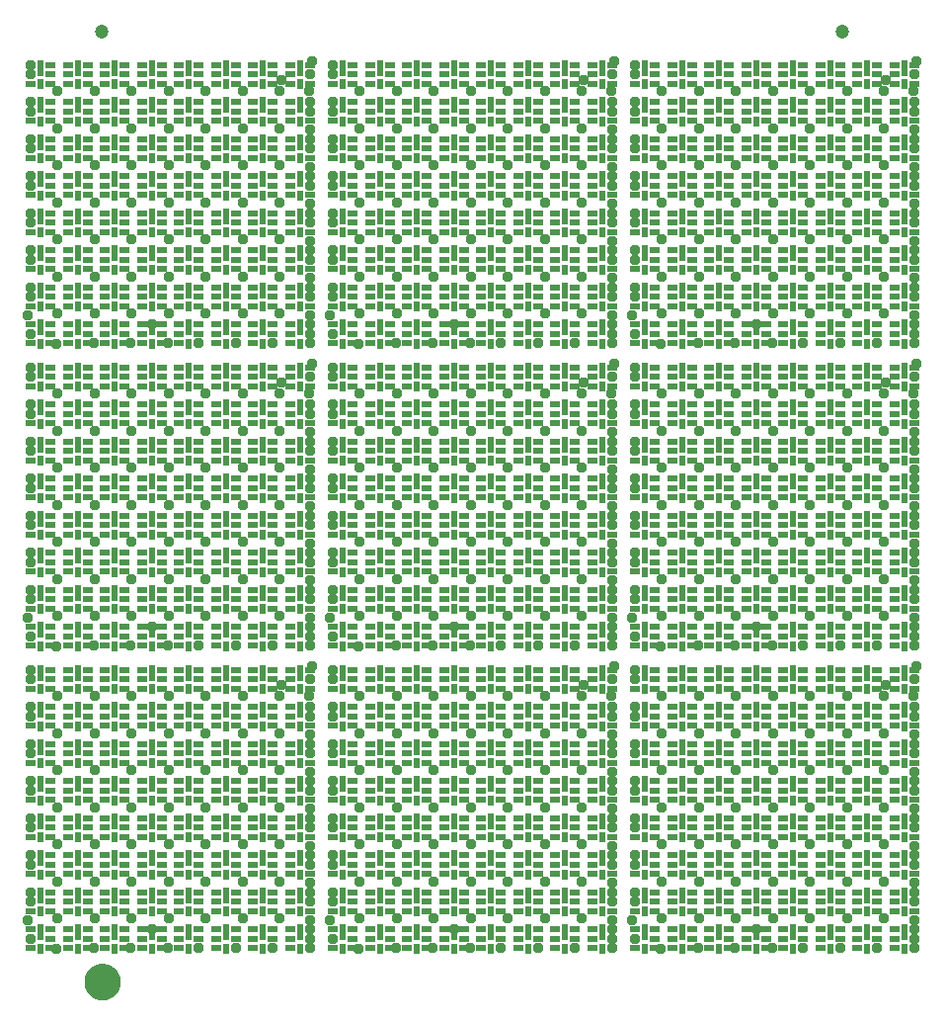
<source format=gts>
G75*
%MOIN*%
%OFA0B0*%
%FSLAX25Y25*%
%IPPOS*%
%LPD*%
%AMOC8*
5,1,8,0,0,1.08239X$1,22.5*
%
%ADD10R,0.03556X0.02375*%
%ADD11R,0.02375X0.03556*%
%ADD12R,0.02375X0.05524*%
%ADD13C,0.04737*%
%ADD14C,0.05000*%
%ADD15C,0.06706*%
%ADD16C,0.03700*%
%ADD17C,0.03778*%
D10*
X0031654Y0031850D03*
X0031654Y0035000D03*
X0031654Y0038150D03*
X0038346Y0038150D03*
X0038346Y0035000D03*
X0038346Y0031850D03*
X0044154Y0031850D03*
X0044154Y0035000D03*
X0044154Y0038150D03*
X0050846Y0038150D03*
X0050846Y0035000D03*
X0050846Y0031850D03*
X0056654Y0031850D03*
X0056654Y0035000D03*
X0056654Y0038150D03*
X0056654Y0044350D03*
X0056654Y0047500D03*
X0056654Y0050650D03*
X0050846Y0050650D03*
X0050846Y0047500D03*
X0050846Y0044350D03*
X0044154Y0044350D03*
X0044154Y0047500D03*
X0044154Y0050650D03*
X0038346Y0050650D03*
X0038346Y0047500D03*
X0038346Y0044350D03*
X0031654Y0044350D03*
X0031654Y0047500D03*
X0031654Y0050650D03*
X0031654Y0056850D03*
X0031654Y0060000D03*
X0031654Y0063150D03*
X0038346Y0063150D03*
X0038346Y0060000D03*
X0038346Y0056850D03*
X0044154Y0056850D03*
X0044154Y0060000D03*
X0044154Y0063150D03*
X0050846Y0063150D03*
X0050846Y0060000D03*
X0050846Y0056850D03*
X0056654Y0056850D03*
X0056654Y0060000D03*
X0056654Y0063150D03*
X0056654Y0069350D03*
X0056654Y0072500D03*
X0056654Y0075650D03*
X0050846Y0075650D03*
X0050846Y0072500D03*
X0050846Y0069350D03*
X0044154Y0069350D03*
X0044154Y0072500D03*
X0044154Y0075650D03*
X0038346Y0075650D03*
X0038346Y0072500D03*
X0038346Y0069350D03*
X0031654Y0069350D03*
X0031654Y0072500D03*
X0031654Y0075650D03*
X0031654Y0081850D03*
X0031654Y0085000D03*
X0031654Y0088150D03*
X0038346Y0088150D03*
X0038346Y0085000D03*
X0038346Y0081850D03*
X0044154Y0081850D03*
X0044154Y0085000D03*
X0044154Y0088150D03*
X0050846Y0088150D03*
X0050846Y0085000D03*
X0050846Y0081850D03*
X0056654Y0081850D03*
X0056654Y0085000D03*
X0056654Y0088150D03*
X0056654Y0094350D03*
X0056654Y0097500D03*
X0056654Y0100650D03*
X0050846Y0100650D03*
X0050846Y0097500D03*
X0050846Y0094350D03*
X0044154Y0094350D03*
X0044154Y0097500D03*
X0044154Y0100650D03*
X0044154Y0106850D03*
X0044154Y0110000D03*
X0044154Y0113150D03*
X0044154Y0119350D03*
X0044154Y0122500D03*
X0044154Y0125650D03*
X0050846Y0125650D03*
X0050846Y0122500D03*
X0050846Y0119350D03*
X0056654Y0119350D03*
X0056654Y0122500D03*
X0056654Y0125650D03*
X0063346Y0125650D03*
X0063346Y0122500D03*
X0063346Y0119350D03*
X0069154Y0119350D03*
X0069154Y0122500D03*
X0069154Y0125650D03*
X0075846Y0125650D03*
X0075846Y0122500D03*
X0075846Y0119350D03*
X0081654Y0119350D03*
X0081654Y0122500D03*
X0081654Y0125650D03*
X0088346Y0125650D03*
X0088346Y0122500D03*
X0088346Y0119350D03*
X0094154Y0119350D03*
X0094154Y0122500D03*
X0094154Y0125650D03*
X0100846Y0125650D03*
X0100846Y0122500D03*
X0100846Y0119350D03*
X0106654Y0119350D03*
X0106654Y0122500D03*
X0106654Y0125650D03*
X0113346Y0125650D03*
X0113346Y0122500D03*
X0113346Y0119350D03*
X0119154Y0119350D03*
X0119154Y0122500D03*
X0119154Y0125650D03*
X0125846Y0125650D03*
X0125846Y0122500D03*
X0125846Y0119350D03*
X0125846Y0113150D03*
X0125846Y0110000D03*
X0125846Y0106850D03*
X0125846Y0100650D03*
X0125846Y0097500D03*
X0125846Y0094350D03*
X0119154Y0094350D03*
X0119154Y0097500D03*
X0119154Y0100650D03*
X0113346Y0100650D03*
X0113346Y0097500D03*
X0113346Y0094350D03*
X0113346Y0088150D03*
X0113346Y0085000D03*
X0113346Y0081850D03*
X0119154Y0081850D03*
X0119154Y0085000D03*
X0119154Y0088150D03*
X0125846Y0088150D03*
X0125846Y0085000D03*
X0125846Y0081850D03*
X0125846Y0075650D03*
X0125846Y0072500D03*
X0125846Y0069350D03*
X0119154Y0069350D03*
X0119154Y0072500D03*
X0119154Y0075650D03*
X0113346Y0075650D03*
X0113346Y0072500D03*
X0113346Y0069350D03*
X0113346Y0063150D03*
X0113346Y0060000D03*
X0113346Y0056850D03*
X0119154Y0056850D03*
X0119154Y0060000D03*
X0119154Y0063150D03*
X0125846Y0063150D03*
X0125846Y0060000D03*
X0125846Y0056850D03*
X0125846Y0050650D03*
X0125846Y0047500D03*
X0125846Y0044350D03*
X0119154Y0044350D03*
X0119154Y0047500D03*
X0119154Y0050650D03*
X0113346Y0050650D03*
X0113346Y0047500D03*
X0113346Y0044350D03*
X0113346Y0038150D03*
X0113346Y0035000D03*
X0113346Y0031850D03*
X0119154Y0031850D03*
X0119154Y0035000D03*
X0119154Y0038150D03*
X0125846Y0038150D03*
X0125846Y0035000D03*
X0125846Y0031850D03*
X0133654Y0031850D03*
X0133654Y0035000D03*
X0133654Y0038150D03*
X0133654Y0044350D03*
X0133654Y0047500D03*
X0133654Y0050650D03*
X0133654Y0056850D03*
X0133654Y0060000D03*
X0133654Y0063150D03*
X0133654Y0069350D03*
X0133654Y0072500D03*
X0133654Y0075650D03*
X0133654Y0081850D03*
X0133654Y0085000D03*
X0133654Y0088150D03*
X0133654Y0094350D03*
X0133654Y0097500D03*
X0133654Y0100650D03*
X0133654Y0106850D03*
X0133654Y0110000D03*
X0133654Y0113150D03*
X0133654Y0119350D03*
X0133654Y0122500D03*
X0133654Y0125650D03*
X0140346Y0125650D03*
X0140346Y0122500D03*
X0140346Y0119350D03*
X0146154Y0119350D03*
X0146154Y0122500D03*
X0146154Y0125650D03*
X0152846Y0125650D03*
X0152846Y0122500D03*
X0152846Y0119350D03*
X0158654Y0119350D03*
X0158654Y0122500D03*
X0158654Y0125650D03*
X0165346Y0125650D03*
X0165346Y0122500D03*
X0165346Y0119350D03*
X0165346Y0113150D03*
X0165346Y0110000D03*
X0165346Y0106850D03*
X0165346Y0100650D03*
X0165346Y0097500D03*
X0165346Y0094350D03*
X0158654Y0094350D03*
X0158654Y0097500D03*
X0158654Y0100650D03*
X0152846Y0100650D03*
X0152846Y0097500D03*
X0152846Y0094350D03*
X0152846Y0088150D03*
X0152846Y0085000D03*
X0152846Y0081850D03*
X0158654Y0081850D03*
X0158654Y0085000D03*
X0158654Y0088150D03*
X0165346Y0088150D03*
X0165346Y0085000D03*
X0165346Y0081850D03*
X0171154Y0081850D03*
X0171154Y0085000D03*
X0171154Y0088150D03*
X0177846Y0088150D03*
X0177846Y0085000D03*
X0177846Y0081850D03*
X0183654Y0081850D03*
X0183654Y0085000D03*
X0183654Y0088150D03*
X0190346Y0088150D03*
X0190346Y0085000D03*
X0190346Y0081850D03*
X0196154Y0081850D03*
X0196154Y0085000D03*
X0196154Y0088150D03*
X0202846Y0088150D03*
X0202846Y0085000D03*
X0202846Y0081850D03*
X0208654Y0081850D03*
X0208654Y0085000D03*
X0208654Y0088150D03*
X0208654Y0094350D03*
X0208654Y0097500D03*
X0208654Y0100650D03*
X0202846Y0100650D03*
X0202846Y0097500D03*
X0202846Y0094350D03*
X0196154Y0094350D03*
X0196154Y0097500D03*
X0196154Y0100650D03*
X0196154Y0106850D03*
X0196154Y0110000D03*
X0196154Y0113150D03*
X0196154Y0119350D03*
X0196154Y0122500D03*
X0196154Y0125650D03*
X0202846Y0125650D03*
X0202846Y0122500D03*
X0202846Y0119350D03*
X0208654Y0119350D03*
X0208654Y0122500D03*
X0208654Y0125650D03*
X0215346Y0125650D03*
X0215346Y0122500D03*
X0215346Y0119350D03*
X0221154Y0119350D03*
X0221154Y0122500D03*
X0221154Y0125650D03*
X0227846Y0125650D03*
X0227846Y0122500D03*
X0227846Y0119350D03*
X0227846Y0113150D03*
X0227846Y0110000D03*
X0227846Y0106850D03*
X0227846Y0100650D03*
X0227846Y0097500D03*
X0227846Y0094350D03*
X0227846Y0088150D03*
X0227846Y0085000D03*
X0227846Y0081850D03*
X0227846Y0075650D03*
X0227846Y0072500D03*
X0227846Y0069350D03*
X0227846Y0063150D03*
X0227846Y0060000D03*
X0227846Y0056850D03*
X0227846Y0050650D03*
X0227846Y0047500D03*
X0227846Y0044350D03*
X0227846Y0038150D03*
X0227846Y0035000D03*
X0227846Y0031850D03*
X0221154Y0031850D03*
X0221154Y0035000D03*
X0221154Y0038150D03*
X0215346Y0038150D03*
X0215346Y0035000D03*
X0215346Y0031850D03*
X0208654Y0031850D03*
X0208654Y0035000D03*
X0208654Y0038150D03*
X0202846Y0038150D03*
X0202846Y0035000D03*
X0202846Y0031850D03*
X0196154Y0031850D03*
X0196154Y0035000D03*
X0196154Y0038150D03*
X0190346Y0038150D03*
X0190346Y0035000D03*
X0190346Y0031850D03*
X0183654Y0031850D03*
X0183654Y0035000D03*
X0183654Y0038150D03*
X0177846Y0038150D03*
X0177846Y0035000D03*
X0177846Y0031850D03*
X0171154Y0031850D03*
X0171154Y0035000D03*
X0171154Y0038150D03*
X0165346Y0038150D03*
X0165346Y0035000D03*
X0165346Y0031850D03*
X0158654Y0031850D03*
X0158654Y0035000D03*
X0158654Y0038150D03*
X0152846Y0038150D03*
X0152846Y0035000D03*
X0152846Y0031850D03*
X0146154Y0031850D03*
X0146154Y0035000D03*
X0146154Y0038150D03*
X0140346Y0038150D03*
X0140346Y0035000D03*
X0140346Y0031850D03*
X0140346Y0044350D03*
X0140346Y0047500D03*
X0140346Y0050650D03*
X0146154Y0050650D03*
X0146154Y0047500D03*
X0146154Y0044350D03*
X0152846Y0044350D03*
X0152846Y0047500D03*
X0152846Y0050650D03*
X0158654Y0050650D03*
X0158654Y0047500D03*
X0158654Y0044350D03*
X0165346Y0044350D03*
X0165346Y0047500D03*
X0165346Y0050650D03*
X0171154Y0050650D03*
X0171154Y0047500D03*
X0171154Y0044350D03*
X0177846Y0044350D03*
X0177846Y0047500D03*
X0177846Y0050650D03*
X0183654Y0050650D03*
X0183654Y0047500D03*
X0183654Y0044350D03*
X0190346Y0044350D03*
X0190346Y0047500D03*
X0190346Y0050650D03*
X0196154Y0050650D03*
X0196154Y0047500D03*
X0196154Y0044350D03*
X0202846Y0044350D03*
X0202846Y0047500D03*
X0202846Y0050650D03*
X0208654Y0050650D03*
X0208654Y0047500D03*
X0208654Y0044350D03*
X0215346Y0044350D03*
X0215346Y0047500D03*
X0215346Y0050650D03*
X0221154Y0050650D03*
X0221154Y0047500D03*
X0221154Y0044350D03*
X0221154Y0056850D03*
X0221154Y0060000D03*
X0221154Y0063150D03*
X0215346Y0063150D03*
X0215346Y0060000D03*
X0215346Y0056850D03*
X0208654Y0056850D03*
X0208654Y0060000D03*
X0208654Y0063150D03*
X0202846Y0063150D03*
X0202846Y0060000D03*
X0202846Y0056850D03*
X0196154Y0056850D03*
X0196154Y0060000D03*
X0196154Y0063150D03*
X0190346Y0063150D03*
X0190346Y0060000D03*
X0190346Y0056850D03*
X0183654Y0056850D03*
X0183654Y0060000D03*
X0183654Y0063150D03*
X0177846Y0063150D03*
X0177846Y0060000D03*
X0177846Y0056850D03*
X0171154Y0056850D03*
X0171154Y0060000D03*
X0171154Y0063150D03*
X0165346Y0063150D03*
X0165346Y0060000D03*
X0165346Y0056850D03*
X0158654Y0056850D03*
X0158654Y0060000D03*
X0158654Y0063150D03*
X0152846Y0063150D03*
X0152846Y0060000D03*
X0152846Y0056850D03*
X0146154Y0056850D03*
X0146154Y0060000D03*
X0146154Y0063150D03*
X0140346Y0063150D03*
X0140346Y0060000D03*
X0140346Y0056850D03*
X0140346Y0069350D03*
X0140346Y0072500D03*
X0140346Y0075650D03*
X0146154Y0075650D03*
X0146154Y0072500D03*
X0146154Y0069350D03*
X0152846Y0069350D03*
X0152846Y0072500D03*
X0152846Y0075650D03*
X0158654Y0075650D03*
X0158654Y0072500D03*
X0158654Y0069350D03*
X0165346Y0069350D03*
X0165346Y0072500D03*
X0165346Y0075650D03*
X0171154Y0075650D03*
X0171154Y0072500D03*
X0171154Y0069350D03*
X0177846Y0069350D03*
X0177846Y0072500D03*
X0177846Y0075650D03*
X0183654Y0075650D03*
X0183654Y0072500D03*
X0183654Y0069350D03*
X0190346Y0069350D03*
X0190346Y0072500D03*
X0190346Y0075650D03*
X0196154Y0075650D03*
X0196154Y0072500D03*
X0196154Y0069350D03*
X0202846Y0069350D03*
X0202846Y0072500D03*
X0202846Y0075650D03*
X0208654Y0075650D03*
X0208654Y0072500D03*
X0208654Y0069350D03*
X0215346Y0069350D03*
X0215346Y0072500D03*
X0215346Y0075650D03*
X0221154Y0075650D03*
X0221154Y0072500D03*
X0221154Y0069350D03*
X0221154Y0081850D03*
X0221154Y0085000D03*
X0221154Y0088150D03*
X0215346Y0088150D03*
X0215346Y0085000D03*
X0215346Y0081850D03*
X0215346Y0094350D03*
X0215346Y0097500D03*
X0215346Y0100650D03*
X0221154Y0100650D03*
X0221154Y0097500D03*
X0221154Y0094350D03*
X0221154Y0106850D03*
X0221154Y0110000D03*
X0221154Y0113150D03*
X0215346Y0113150D03*
X0215346Y0110000D03*
X0215346Y0106850D03*
X0208654Y0106850D03*
X0208654Y0110000D03*
X0208654Y0113150D03*
X0202846Y0113150D03*
X0202846Y0110000D03*
X0202846Y0106850D03*
X0190346Y0106850D03*
X0190346Y0110000D03*
X0190346Y0113150D03*
X0190346Y0119350D03*
X0190346Y0122500D03*
X0190346Y0125650D03*
X0183654Y0125650D03*
X0183654Y0122500D03*
X0183654Y0119350D03*
X0183654Y0113150D03*
X0183654Y0110000D03*
X0183654Y0106850D03*
X0183654Y0100650D03*
X0183654Y0097500D03*
X0183654Y0094350D03*
X0190346Y0094350D03*
X0190346Y0097500D03*
X0190346Y0100650D03*
X0177846Y0100650D03*
X0177846Y0097500D03*
X0177846Y0094350D03*
X0171154Y0094350D03*
X0171154Y0097500D03*
X0171154Y0100650D03*
X0171154Y0106850D03*
X0171154Y0110000D03*
X0171154Y0113150D03*
X0171154Y0119350D03*
X0171154Y0122500D03*
X0171154Y0125650D03*
X0177846Y0125650D03*
X0177846Y0122500D03*
X0177846Y0119350D03*
X0177846Y0113150D03*
X0177846Y0110000D03*
X0177846Y0106850D03*
X0158654Y0106850D03*
X0158654Y0110000D03*
X0158654Y0113150D03*
X0152846Y0113150D03*
X0152846Y0110000D03*
X0152846Y0106850D03*
X0146154Y0106850D03*
X0146154Y0110000D03*
X0146154Y0113150D03*
X0140346Y0113150D03*
X0140346Y0110000D03*
X0140346Y0106850D03*
X0140346Y0100650D03*
X0140346Y0097500D03*
X0140346Y0094350D03*
X0146154Y0094350D03*
X0146154Y0097500D03*
X0146154Y0100650D03*
X0146154Y0088150D03*
X0146154Y0085000D03*
X0146154Y0081850D03*
X0140346Y0081850D03*
X0140346Y0085000D03*
X0140346Y0088150D03*
X0119154Y0106850D03*
X0119154Y0110000D03*
X0119154Y0113150D03*
X0113346Y0113150D03*
X0113346Y0110000D03*
X0113346Y0106850D03*
X0106654Y0106850D03*
X0106654Y0110000D03*
X0106654Y0113150D03*
X0100846Y0113150D03*
X0100846Y0110000D03*
X0100846Y0106850D03*
X0100846Y0100650D03*
X0100846Y0097500D03*
X0100846Y0094350D03*
X0106654Y0094350D03*
X0106654Y0097500D03*
X0106654Y0100650D03*
X0094154Y0100650D03*
X0094154Y0097500D03*
X0094154Y0094350D03*
X0088346Y0094350D03*
X0088346Y0097500D03*
X0088346Y0100650D03*
X0088346Y0106850D03*
X0088346Y0110000D03*
X0088346Y0113150D03*
X0094154Y0113150D03*
X0094154Y0110000D03*
X0094154Y0106850D03*
X0081654Y0106850D03*
X0081654Y0110000D03*
X0081654Y0113150D03*
X0075846Y0113150D03*
X0075846Y0110000D03*
X0075846Y0106850D03*
X0075846Y0100650D03*
X0075846Y0097500D03*
X0075846Y0094350D03*
X0081654Y0094350D03*
X0081654Y0097500D03*
X0081654Y0100650D03*
X0069154Y0100650D03*
X0069154Y0097500D03*
X0069154Y0094350D03*
X0063346Y0094350D03*
X0063346Y0097500D03*
X0063346Y0100650D03*
X0063346Y0106850D03*
X0063346Y0110000D03*
X0063346Y0113150D03*
X0069154Y0113150D03*
X0069154Y0110000D03*
X0069154Y0106850D03*
X0056654Y0106850D03*
X0056654Y0110000D03*
X0056654Y0113150D03*
X0050846Y0113150D03*
X0050846Y0110000D03*
X0050846Y0106850D03*
X0038346Y0106850D03*
X0038346Y0110000D03*
X0038346Y0113150D03*
X0038346Y0119350D03*
X0038346Y0122500D03*
X0038346Y0125650D03*
X0031654Y0125650D03*
X0031654Y0122500D03*
X0031654Y0119350D03*
X0031654Y0113150D03*
X0031654Y0110000D03*
X0031654Y0106850D03*
X0031654Y0100650D03*
X0031654Y0097500D03*
X0031654Y0094350D03*
X0038346Y0094350D03*
X0038346Y0097500D03*
X0038346Y0100650D03*
X0063346Y0088150D03*
X0063346Y0085000D03*
X0063346Y0081850D03*
X0069154Y0081850D03*
X0069154Y0085000D03*
X0069154Y0088150D03*
X0075846Y0088150D03*
X0075846Y0085000D03*
X0075846Y0081850D03*
X0081654Y0081850D03*
X0081654Y0085000D03*
X0081654Y0088150D03*
X0088346Y0088150D03*
X0088346Y0085000D03*
X0088346Y0081850D03*
X0094154Y0081850D03*
X0094154Y0085000D03*
X0094154Y0088150D03*
X0100846Y0088150D03*
X0100846Y0085000D03*
X0100846Y0081850D03*
X0106654Y0081850D03*
X0106654Y0085000D03*
X0106654Y0088150D03*
X0106654Y0075650D03*
X0106654Y0072500D03*
X0106654Y0069350D03*
X0100846Y0069350D03*
X0100846Y0072500D03*
X0100846Y0075650D03*
X0094154Y0075650D03*
X0094154Y0072500D03*
X0094154Y0069350D03*
X0088346Y0069350D03*
X0088346Y0072500D03*
X0088346Y0075650D03*
X0081654Y0075650D03*
X0081654Y0072500D03*
X0081654Y0069350D03*
X0075846Y0069350D03*
X0075846Y0072500D03*
X0075846Y0075650D03*
X0069154Y0075650D03*
X0069154Y0072500D03*
X0069154Y0069350D03*
X0063346Y0069350D03*
X0063346Y0072500D03*
X0063346Y0075650D03*
X0063346Y0063150D03*
X0063346Y0060000D03*
X0063346Y0056850D03*
X0069154Y0056850D03*
X0069154Y0060000D03*
X0069154Y0063150D03*
X0075846Y0063150D03*
X0075846Y0060000D03*
X0075846Y0056850D03*
X0081654Y0056850D03*
X0081654Y0060000D03*
X0081654Y0063150D03*
X0088346Y0063150D03*
X0088346Y0060000D03*
X0088346Y0056850D03*
X0094154Y0056850D03*
X0094154Y0060000D03*
X0094154Y0063150D03*
X0100846Y0063150D03*
X0100846Y0060000D03*
X0100846Y0056850D03*
X0106654Y0056850D03*
X0106654Y0060000D03*
X0106654Y0063150D03*
X0106654Y0050650D03*
X0106654Y0047500D03*
X0106654Y0044350D03*
X0100846Y0044350D03*
X0100846Y0047500D03*
X0100846Y0050650D03*
X0094154Y0050650D03*
X0094154Y0047500D03*
X0094154Y0044350D03*
X0088346Y0044350D03*
X0088346Y0047500D03*
X0088346Y0050650D03*
X0081654Y0050650D03*
X0081654Y0047500D03*
X0081654Y0044350D03*
X0075846Y0044350D03*
X0075846Y0047500D03*
X0075846Y0050650D03*
X0069154Y0050650D03*
X0069154Y0047500D03*
X0069154Y0044350D03*
X0063346Y0044350D03*
X0063346Y0047500D03*
X0063346Y0050650D03*
X0063346Y0038150D03*
X0063346Y0035000D03*
X0063346Y0031850D03*
X0069154Y0031850D03*
X0069154Y0035000D03*
X0069154Y0038150D03*
X0075846Y0038150D03*
X0075846Y0035000D03*
X0075846Y0031850D03*
X0081654Y0031850D03*
X0081654Y0035000D03*
X0081654Y0038150D03*
X0088346Y0038150D03*
X0088346Y0035000D03*
X0088346Y0031850D03*
X0094154Y0031850D03*
X0094154Y0035000D03*
X0094154Y0038150D03*
X0100846Y0038150D03*
X0100846Y0035000D03*
X0100846Y0031850D03*
X0106654Y0031850D03*
X0106654Y0035000D03*
X0106654Y0038150D03*
X0106654Y0133850D03*
X0106654Y0137000D03*
X0106654Y0140150D03*
X0100846Y0140150D03*
X0100846Y0137000D03*
X0100846Y0133850D03*
X0094154Y0133850D03*
X0094154Y0137000D03*
X0094154Y0140150D03*
X0088346Y0140150D03*
X0088346Y0137000D03*
X0088346Y0133850D03*
X0081654Y0133850D03*
X0081654Y0137000D03*
X0081654Y0140150D03*
X0075846Y0140150D03*
X0075846Y0137000D03*
X0075846Y0133850D03*
X0069154Y0133850D03*
X0069154Y0137000D03*
X0069154Y0140150D03*
X0063346Y0140150D03*
X0063346Y0137000D03*
X0063346Y0133850D03*
X0056654Y0133850D03*
X0056654Y0137000D03*
X0056654Y0140150D03*
X0050846Y0140150D03*
X0050846Y0137000D03*
X0050846Y0133850D03*
X0044154Y0133850D03*
X0044154Y0137000D03*
X0044154Y0140150D03*
X0038346Y0140150D03*
X0038346Y0137000D03*
X0038346Y0133850D03*
X0031654Y0133850D03*
X0031654Y0137000D03*
X0031654Y0140150D03*
X0031654Y0146350D03*
X0031654Y0149500D03*
X0031654Y0152650D03*
X0031654Y0158850D03*
X0031654Y0162000D03*
X0031654Y0165150D03*
X0031654Y0171350D03*
X0031654Y0174500D03*
X0031654Y0177650D03*
X0031654Y0183850D03*
X0031654Y0187000D03*
X0031654Y0190150D03*
X0031654Y0196350D03*
X0031654Y0199500D03*
X0031654Y0202650D03*
X0038346Y0202650D03*
X0038346Y0199500D03*
X0038346Y0196350D03*
X0038346Y0190150D03*
X0038346Y0187000D03*
X0038346Y0183850D03*
X0038346Y0177650D03*
X0038346Y0174500D03*
X0038346Y0171350D03*
X0038346Y0165150D03*
X0038346Y0162000D03*
X0038346Y0158850D03*
X0038346Y0152650D03*
X0038346Y0149500D03*
X0038346Y0146350D03*
X0044154Y0146350D03*
X0044154Y0149500D03*
X0044154Y0152650D03*
X0044154Y0158850D03*
X0044154Y0162000D03*
X0044154Y0165150D03*
X0044154Y0171350D03*
X0044154Y0174500D03*
X0044154Y0177650D03*
X0044154Y0183850D03*
X0044154Y0187000D03*
X0044154Y0190150D03*
X0044154Y0196350D03*
X0044154Y0199500D03*
X0044154Y0202650D03*
X0050846Y0202650D03*
X0050846Y0199500D03*
X0050846Y0196350D03*
X0056654Y0196350D03*
X0056654Y0199500D03*
X0056654Y0202650D03*
X0056654Y0208850D03*
X0056654Y0212000D03*
X0056654Y0215150D03*
X0050846Y0215150D03*
X0050846Y0212000D03*
X0050846Y0208850D03*
X0044154Y0208850D03*
X0044154Y0212000D03*
X0044154Y0215150D03*
X0038346Y0215150D03*
X0038346Y0212000D03*
X0038346Y0208850D03*
X0031654Y0208850D03*
X0031654Y0212000D03*
X0031654Y0215150D03*
X0031654Y0221350D03*
X0031654Y0224500D03*
X0031654Y0227650D03*
X0038346Y0227650D03*
X0038346Y0224500D03*
X0038346Y0221350D03*
X0044154Y0221350D03*
X0044154Y0224500D03*
X0044154Y0227650D03*
X0050846Y0227650D03*
X0050846Y0224500D03*
X0050846Y0221350D03*
X0056654Y0221350D03*
X0056654Y0224500D03*
X0056654Y0227650D03*
X0063346Y0227650D03*
X0063346Y0224500D03*
X0063346Y0221350D03*
X0069154Y0221350D03*
X0069154Y0224500D03*
X0069154Y0227650D03*
X0075846Y0227650D03*
X0075846Y0224500D03*
X0075846Y0221350D03*
X0081654Y0221350D03*
X0081654Y0224500D03*
X0081654Y0227650D03*
X0088346Y0227650D03*
X0088346Y0224500D03*
X0088346Y0221350D03*
X0094154Y0221350D03*
X0094154Y0224500D03*
X0094154Y0227650D03*
X0100846Y0227650D03*
X0100846Y0224500D03*
X0100846Y0221350D03*
X0106654Y0221350D03*
X0106654Y0224500D03*
X0106654Y0227650D03*
X0113346Y0227650D03*
X0113346Y0224500D03*
X0113346Y0221350D03*
X0119154Y0221350D03*
X0119154Y0224500D03*
X0119154Y0227650D03*
X0125846Y0227650D03*
X0125846Y0224500D03*
X0125846Y0221350D03*
X0125846Y0215150D03*
X0125846Y0212000D03*
X0125846Y0208850D03*
X0119154Y0208850D03*
X0119154Y0212000D03*
X0119154Y0215150D03*
X0113346Y0215150D03*
X0113346Y0212000D03*
X0113346Y0208850D03*
X0113346Y0202650D03*
X0113346Y0199500D03*
X0113346Y0196350D03*
X0119154Y0196350D03*
X0119154Y0199500D03*
X0119154Y0202650D03*
X0125846Y0202650D03*
X0125846Y0199500D03*
X0125846Y0196350D03*
X0125846Y0190150D03*
X0125846Y0187000D03*
X0125846Y0183850D03*
X0125846Y0177650D03*
X0125846Y0174500D03*
X0125846Y0171350D03*
X0125846Y0165150D03*
X0125846Y0162000D03*
X0125846Y0158850D03*
X0125846Y0152650D03*
X0125846Y0149500D03*
X0125846Y0146350D03*
X0119154Y0146350D03*
X0119154Y0149500D03*
X0119154Y0152650D03*
X0113346Y0152650D03*
X0113346Y0149500D03*
X0113346Y0146350D03*
X0113346Y0140150D03*
X0113346Y0137000D03*
X0113346Y0133850D03*
X0119154Y0133850D03*
X0119154Y0137000D03*
X0119154Y0140150D03*
X0125846Y0140150D03*
X0125846Y0137000D03*
X0125846Y0133850D03*
X0133654Y0133850D03*
X0133654Y0137000D03*
X0133654Y0140150D03*
X0133654Y0146350D03*
X0133654Y0149500D03*
X0133654Y0152650D03*
X0133654Y0158850D03*
X0133654Y0162000D03*
X0133654Y0165150D03*
X0133654Y0171350D03*
X0133654Y0174500D03*
X0133654Y0177650D03*
X0133654Y0183850D03*
X0133654Y0187000D03*
X0133654Y0190150D03*
X0133654Y0196350D03*
X0133654Y0199500D03*
X0133654Y0202650D03*
X0133654Y0208850D03*
X0133654Y0212000D03*
X0133654Y0215150D03*
X0133654Y0221350D03*
X0133654Y0224500D03*
X0133654Y0227650D03*
X0140346Y0227650D03*
X0140346Y0224500D03*
X0140346Y0221350D03*
X0146154Y0221350D03*
X0146154Y0224500D03*
X0146154Y0227650D03*
X0152846Y0227650D03*
X0152846Y0224500D03*
X0152846Y0221350D03*
X0158654Y0221350D03*
X0158654Y0224500D03*
X0158654Y0227650D03*
X0165346Y0227650D03*
X0165346Y0224500D03*
X0165346Y0221350D03*
X0171154Y0221350D03*
X0171154Y0224500D03*
X0171154Y0227650D03*
X0177846Y0227650D03*
X0177846Y0224500D03*
X0177846Y0221350D03*
X0183654Y0221350D03*
X0183654Y0224500D03*
X0183654Y0227650D03*
X0190346Y0227650D03*
X0190346Y0224500D03*
X0190346Y0221350D03*
X0196154Y0221350D03*
X0196154Y0224500D03*
X0196154Y0227650D03*
X0202846Y0227650D03*
X0202846Y0224500D03*
X0202846Y0221350D03*
X0208654Y0221350D03*
X0208654Y0224500D03*
X0208654Y0227650D03*
X0215346Y0227650D03*
X0215346Y0224500D03*
X0215346Y0221350D03*
X0221154Y0221350D03*
X0221154Y0224500D03*
X0221154Y0227650D03*
X0227846Y0227650D03*
X0227846Y0224500D03*
X0227846Y0221350D03*
X0227846Y0215150D03*
X0227846Y0212000D03*
X0227846Y0208850D03*
X0227846Y0202650D03*
X0227846Y0199500D03*
X0227846Y0196350D03*
X0227846Y0190150D03*
X0227846Y0187000D03*
X0227846Y0183850D03*
X0227846Y0177650D03*
X0227846Y0174500D03*
X0227846Y0171350D03*
X0227846Y0165150D03*
X0227846Y0162000D03*
X0227846Y0158850D03*
X0227846Y0152650D03*
X0227846Y0149500D03*
X0227846Y0146350D03*
X0227846Y0140150D03*
X0227846Y0137000D03*
X0227846Y0133850D03*
X0221154Y0133850D03*
X0221154Y0137000D03*
X0221154Y0140150D03*
X0215346Y0140150D03*
X0215346Y0137000D03*
X0215346Y0133850D03*
X0208654Y0133850D03*
X0208654Y0137000D03*
X0208654Y0140150D03*
X0202846Y0140150D03*
X0202846Y0137000D03*
X0202846Y0133850D03*
X0196154Y0133850D03*
X0196154Y0137000D03*
X0196154Y0140150D03*
X0190346Y0140150D03*
X0190346Y0137000D03*
X0190346Y0133850D03*
X0183654Y0133850D03*
X0183654Y0137000D03*
X0183654Y0140150D03*
X0177846Y0140150D03*
X0177846Y0137000D03*
X0177846Y0133850D03*
X0171154Y0133850D03*
X0171154Y0137000D03*
X0171154Y0140150D03*
X0165346Y0140150D03*
X0165346Y0137000D03*
X0165346Y0133850D03*
X0158654Y0133850D03*
X0158654Y0137000D03*
X0158654Y0140150D03*
X0152846Y0140150D03*
X0152846Y0137000D03*
X0152846Y0133850D03*
X0146154Y0133850D03*
X0146154Y0137000D03*
X0146154Y0140150D03*
X0140346Y0140150D03*
X0140346Y0137000D03*
X0140346Y0133850D03*
X0140346Y0146350D03*
X0140346Y0149500D03*
X0140346Y0152650D03*
X0146154Y0152650D03*
X0146154Y0149500D03*
X0146154Y0146350D03*
X0152846Y0146350D03*
X0152846Y0149500D03*
X0152846Y0152650D03*
X0158654Y0152650D03*
X0158654Y0149500D03*
X0158654Y0146350D03*
X0165346Y0146350D03*
X0165346Y0149500D03*
X0165346Y0152650D03*
X0165346Y0158850D03*
X0165346Y0162000D03*
X0165346Y0165150D03*
X0165346Y0171350D03*
X0165346Y0174500D03*
X0165346Y0177650D03*
X0165346Y0183850D03*
X0165346Y0187000D03*
X0165346Y0190150D03*
X0165346Y0196350D03*
X0165346Y0199500D03*
X0165346Y0202650D03*
X0158654Y0202650D03*
X0158654Y0199500D03*
X0158654Y0196350D03*
X0152846Y0196350D03*
X0152846Y0199500D03*
X0152846Y0202650D03*
X0152846Y0208850D03*
X0152846Y0212000D03*
X0152846Y0215150D03*
X0158654Y0215150D03*
X0158654Y0212000D03*
X0158654Y0208850D03*
X0165346Y0208850D03*
X0165346Y0212000D03*
X0165346Y0215150D03*
X0171154Y0215150D03*
X0171154Y0212000D03*
X0171154Y0208850D03*
X0177846Y0208850D03*
X0177846Y0212000D03*
X0177846Y0215150D03*
X0183654Y0215150D03*
X0183654Y0212000D03*
X0183654Y0208850D03*
X0190346Y0208850D03*
X0190346Y0212000D03*
X0190346Y0215150D03*
X0196154Y0215150D03*
X0196154Y0212000D03*
X0196154Y0208850D03*
X0202846Y0208850D03*
X0202846Y0212000D03*
X0202846Y0215150D03*
X0208654Y0215150D03*
X0208654Y0212000D03*
X0208654Y0208850D03*
X0208654Y0202650D03*
X0208654Y0199500D03*
X0208654Y0196350D03*
X0202846Y0196350D03*
X0202846Y0199500D03*
X0202846Y0202650D03*
X0196154Y0202650D03*
X0196154Y0199500D03*
X0196154Y0196350D03*
X0196154Y0190150D03*
X0196154Y0187000D03*
X0196154Y0183850D03*
X0196154Y0177650D03*
X0196154Y0174500D03*
X0196154Y0171350D03*
X0196154Y0165150D03*
X0196154Y0162000D03*
X0196154Y0158850D03*
X0196154Y0152650D03*
X0196154Y0149500D03*
X0196154Y0146350D03*
X0202846Y0146350D03*
X0202846Y0149500D03*
X0202846Y0152650D03*
X0208654Y0152650D03*
X0208654Y0149500D03*
X0208654Y0146350D03*
X0215346Y0146350D03*
X0215346Y0149500D03*
X0215346Y0152650D03*
X0221154Y0152650D03*
X0221154Y0149500D03*
X0221154Y0146350D03*
X0221154Y0158850D03*
X0221154Y0162000D03*
X0221154Y0165150D03*
X0215346Y0165150D03*
X0215346Y0162000D03*
X0215346Y0158850D03*
X0208654Y0158850D03*
X0208654Y0162000D03*
X0208654Y0165150D03*
X0202846Y0165150D03*
X0202846Y0162000D03*
X0202846Y0158850D03*
X0190346Y0158850D03*
X0190346Y0162000D03*
X0190346Y0165150D03*
X0190346Y0171350D03*
X0190346Y0174500D03*
X0190346Y0177650D03*
X0190346Y0183850D03*
X0190346Y0187000D03*
X0190346Y0190150D03*
X0190346Y0196350D03*
X0190346Y0199500D03*
X0190346Y0202650D03*
X0183654Y0202650D03*
X0183654Y0199500D03*
X0183654Y0196350D03*
X0183654Y0190150D03*
X0183654Y0187000D03*
X0183654Y0183850D03*
X0183654Y0177650D03*
X0183654Y0174500D03*
X0183654Y0171350D03*
X0183654Y0165150D03*
X0183654Y0162000D03*
X0183654Y0158850D03*
X0183654Y0152650D03*
X0183654Y0149500D03*
X0183654Y0146350D03*
X0190346Y0146350D03*
X0190346Y0149500D03*
X0190346Y0152650D03*
X0177846Y0152650D03*
X0177846Y0149500D03*
X0177846Y0146350D03*
X0171154Y0146350D03*
X0171154Y0149500D03*
X0171154Y0152650D03*
X0171154Y0158850D03*
X0171154Y0162000D03*
X0171154Y0165150D03*
X0171154Y0171350D03*
X0171154Y0174500D03*
X0171154Y0177650D03*
X0171154Y0183850D03*
X0171154Y0187000D03*
X0171154Y0190150D03*
X0171154Y0196350D03*
X0171154Y0199500D03*
X0171154Y0202650D03*
X0177846Y0202650D03*
X0177846Y0199500D03*
X0177846Y0196350D03*
X0177846Y0190150D03*
X0177846Y0187000D03*
X0177846Y0183850D03*
X0177846Y0177650D03*
X0177846Y0174500D03*
X0177846Y0171350D03*
X0177846Y0165150D03*
X0177846Y0162000D03*
X0177846Y0158850D03*
X0158654Y0158850D03*
X0158654Y0162000D03*
X0158654Y0165150D03*
X0152846Y0165150D03*
X0152846Y0162000D03*
X0152846Y0158850D03*
X0146154Y0158850D03*
X0146154Y0162000D03*
X0146154Y0165150D03*
X0140346Y0165150D03*
X0140346Y0162000D03*
X0140346Y0158850D03*
X0140346Y0171350D03*
X0140346Y0174500D03*
X0140346Y0177650D03*
X0146154Y0177650D03*
X0146154Y0174500D03*
X0146154Y0171350D03*
X0152846Y0171350D03*
X0152846Y0174500D03*
X0152846Y0177650D03*
X0158654Y0177650D03*
X0158654Y0174500D03*
X0158654Y0171350D03*
X0158654Y0183850D03*
X0158654Y0187000D03*
X0158654Y0190150D03*
X0152846Y0190150D03*
X0152846Y0187000D03*
X0152846Y0183850D03*
X0146154Y0183850D03*
X0146154Y0187000D03*
X0146154Y0190150D03*
X0140346Y0190150D03*
X0140346Y0187000D03*
X0140346Y0183850D03*
X0140346Y0196350D03*
X0140346Y0199500D03*
X0140346Y0202650D03*
X0146154Y0202650D03*
X0146154Y0199500D03*
X0146154Y0196350D03*
X0146154Y0208850D03*
X0146154Y0212000D03*
X0146154Y0215150D03*
X0140346Y0215150D03*
X0140346Y0212000D03*
X0140346Y0208850D03*
X0119154Y0190150D03*
X0119154Y0187000D03*
X0119154Y0183850D03*
X0113346Y0183850D03*
X0113346Y0187000D03*
X0113346Y0190150D03*
X0106654Y0190150D03*
X0106654Y0187000D03*
X0106654Y0183850D03*
X0100846Y0183850D03*
X0100846Y0187000D03*
X0100846Y0190150D03*
X0100846Y0196350D03*
X0100846Y0199500D03*
X0100846Y0202650D03*
X0106654Y0202650D03*
X0106654Y0199500D03*
X0106654Y0196350D03*
X0094154Y0196350D03*
X0094154Y0199500D03*
X0094154Y0202650D03*
X0088346Y0202650D03*
X0088346Y0199500D03*
X0088346Y0196350D03*
X0088346Y0190150D03*
X0088346Y0187000D03*
X0088346Y0183850D03*
X0094154Y0183850D03*
X0094154Y0187000D03*
X0094154Y0190150D03*
X0094154Y0177650D03*
X0094154Y0174500D03*
X0094154Y0171350D03*
X0088346Y0171350D03*
X0088346Y0174500D03*
X0088346Y0177650D03*
X0081654Y0177650D03*
X0081654Y0174500D03*
X0081654Y0171350D03*
X0075846Y0171350D03*
X0075846Y0174500D03*
X0075846Y0177650D03*
X0075846Y0183850D03*
X0075846Y0187000D03*
X0075846Y0190150D03*
X0081654Y0190150D03*
X0081654Y0187000D03*
X0081654Y0183850D03*
X0081654Y0196350D03*
X0081654Y0199500D03*
X0081654Y0202650D03*
X0075846Y0202650D03*
X0075846Y0199500D03*
X0075846Y0196350D03*
X0069154Y0196350D03*
X0069154Y0199500D03*
X0069154Y0202650D03*
X0063346Y0202650D03*
X0063346Y0199500D03*
X0063346Y0196350D03*
X0063346Y0190150D03*
X0063346Y0187000D03*
X0063346Y0183850D03*
X0069154Y0183850D03*
X0069154Y0187000D03*
X0069154Y0190150D03*
X0069154Y0177650D03*
X0069154Y0174500D03*
X0069154Y0171350D03*
X0063346Y0171350D03*
X0063346Y0174500D03*
X0063346Y0177650D03*
X0056654Y0177650D03*
X0056654Y0174500D03*
X0056654Y0171350D03*
X0050846Y0171350D03*
X0050846Y0174500D03*
X0050846Y0177650D03*
X0050846Y0183850D03*
X0050846Y0187000D03*
X0050846Y0190150D03*
X0056654Y0190150D03*
X0056654Y0187000D03*
X0056654Y0183850D03*
X0056654Y0165150D03*
X0056654Y0162000D03*
X0056654Y0158850D03*
X0050846Y0158850D03*
X0050846Y0162000D03*
X0050846Y0165150D03*
X0050846Y0152650D03*
X0050846Y0149500D03*
X0050846Y0146350D03*
X0056654Y0146350D03*
X0056654Y0149500D03*
X0056654Y0152650D03*
X0063346Y0152650D03*
X0063346Y0149500D03*
X0063346Y0146350D03*
X0069154Y0146350D03*
X0069154Y0149500D03*
X0069154Y0152650D03*
X0069154Y0158850D03*
X0069154Y0162000D03*
X0069154Y0165150D03*
X0063346Y0165150D03*
X0063346Y0162000D03*
X0063346Y0158850D03*
X0075846Y0158850D03*
X0075846Y0162000D03*
X0075846Y0165150D03*
X0081654Y0165150D03*
X0081654Y0162000D03*
X0081654Y0158850D03*
X0081654Y0152650D03*
X0081654Y0149500D03*
X0081654Y0146350D03*
X0075846Y0146350D03*
X0075846Y0149500D03*
X0075846Y0152650D03*
X0088346Y0152650D03*
X0088346Y0149500D03*
X0088346Y0146350D03*
X0094154Y0146350D03*
X0094154Y0149500D03*
X0094154Y0152650D03*
X0094154Y0158850D03*
X0094154Y0162000D03*
X0094154Y0165150D03*
X0088346Y0165150D03*
X0088346Y0162000D03*
X0088346Y0158850D03*
X0100846Y0158850D03*
X0100846Y0162000D03*
X0100846Y0165150D03*
X0106654Y0165150D03*
X0106654Y0162000D03*
X0106654Y0158850D03*
X0106654Y0152650D03*
X0106654Y0149500D03*
X0106654Y0146350D03*
X0100846Y0146350D03*
X0100846Y0149500D03*
X0100846Y0152650D03*
X0113346Y0158850D03*
X0113346Y0162000D03*
X0113346Y0165150D03*
X0119154Y0165150D03*
X0119154Y0162000D03*
X0119154Y0158850D03*
X0119154Y0171350D03*
X0119154Y0174500D03*
X0119154Y0177650D03*
X0113346Y0177650D03*
X0113346Y0174500D03*
X0113346Y0171350D03*
X0106654Y0171350D03*
X0106654Y0174500D03*
X0106654Y0177650D03*
X0100846Y0177650D03*
X0100846Y0174500D03*
X0100846Y0171350D03*
X0100846Y0208850D03*
X0100846Y0212000D03*
X0100846Y0215150D03*
X0106654Y0215150D03*
X0106654Y0212000D03*
X0106654Y0208850D03*
X0094154Y0208850D03*
X0094154Y0212000D03*
X0094154Y0215150D03*
X0088346Y0215150D03*
X0088346Y0212000D03*
X0088346Y0208850D03*
X0081654Y0208850D03*
X0081654Y0212000D03*
X0081654Y0215150D03*
X0075846Y0215150D03*
X0075846Y0212000D03*
X0075846Y0208850D03*
X0069154Y0208850D03*
X0069154Y0212000D03*
X0069154Y0215150D03*
X0063346Y0215150D03*
X0063346Y0212000D03*
X0063346Y0208850D03*
X0063346Y0235850D03*
X0063346Y0239000D03*
X0063346Y0242150D03*
X0069154Y0242150D03*
X0069154Y0239000D03*
X0069154Y0235850D03*
X0075846Y0235850D03*
X0075846Y0239000D03*
X0075846Y0242150D03*
X0081654Y0242150D03*
X0081654Y0239000D03*
X0081654Y0235850D03*
X0088346Y0235850D03*
X0088346Y0239000D03*
X0088346Y0242150D03*
X0094154Y0242150D03*
X0094154Y0239000D03*
X0094154Y0235850D03*
X0100846Y0235850D03*
X0100846Y0239000D03*
X0100846Y0242150D03*
X0106654Y0242150D03*
X0106654Y0239000D03*
X0106654Y0235850D03*
X0113346Y0235850D03*
X0113346Y0239000D03*
X0113346Y0242150D03*
X0119154Y0242150D03*
X0119154Y0239000D03*
X0119154Y0235850D03*
X0125846Y0235850D03*
X0125846Y0239000D03*
X0125846Y0242150D03*
X0125846Y0248350D03*
X0125846Y0251500D03*
X0125846Y0254650D03*
X0125846Y0260850D03*
X0125846Y0264000D03*
X0125846Y0267150D03*
X0119154Y0267150D03*
X0119154Y0264000D03*
X0119154Y0260850D03*
X0113346Y0260850D03*
X0113346Y0264000D03*
X0113346Y0267150D03*
X0113346Y0273350D03*
X0113346Y0276500D03*
X0113346Y0279650D03*
X0119154Y0279650D03*
X0119154Y0276500D03*
X0119154Y0273350D03*
X0125846Y0273350D03*
X0125846Y0276500D03*
X0125846Y0279650D03*
X0125846Y0285850D03*
X0125846Y0289000D03*
X0125846Y0292150D03*
X0119154Y0292150D03*
X0119154Y0289000D03*
X0119154Y0285850D03*
X0113346Y0285850D03*
X0113346Y0289000D03*
X0113346Y0292150D03*
X0113346Y0298350D03*
X0113346Y0301500D03*
X0113346Y0304650D03*
X0119154Y0304650D03*
X0119154Y0301500D03*
X0119154Y0298350D03*
X0125846Y0298350D03*
X0125846Y0301500D03*
X0125846Y0304650D03*
X0125846Y0310850D03*
X0125846Y0314000D03*
X0125846Y0317150D03*
X0125846Y0323350D03*
X0125846Y0326500D03*
X0125846Y0329650D03*
X0119154Y0329650D03*
X0119154Y0326500D03*
X0119154Y0323350D03*
X0113346Y0323350D03*
X0113346Y0326500D03*
X0113346Y0329650D03*
X0106654Y0329650D03*
X0106654Y0326500D03*
X0106654Y0323350D03*
X0100846Y0323350D03*
X0100846Y0326500D03*
X0100846Y0329650D03*
X0094154Y0329650D03*
X0094154Y0326500D03*
X0094154Y0323350D03*
X0088346Y0323350D03*
X0088346Y0326500D03*
X0088346Y0329650D03*
X0081654Y0329650D03*
X0081654Y0326500D03*
X0081654Y0323350D03*
X0075846Y0323350D03*
X0075846Y0326500D03*
X0075846Y0329650D03*
X0069154Y0329650D03*
X0069154Y0326500D03*
X0069154Y0323350D03*
X0063346Y0323350D03*
X0063346Y0326500D03*
X0063346Y0329650D03*
X0056654Y0329650D03*
X0056654Y0326500D03*
X0056654Y0323350D03*
X0050846Y0323350D03*
X0050846Y0326500D03*
X0050846Y0329650D03*
X0044154Y0329650D03*
X0044154Y0326500D03*
X0044154Y0323350D03*
X0044154Y0317150D03*
X0044154Y0314000D03*
X0044154Y0310850D03*
X0050846Y0310850D03*
X0050846Y0314000D03*
X0050846Y0317150D03*
X0056654Y0317150D03*
X0056654Y0314000D03*
X0056654Y0310850D03*
X0056654Y0304650D03*
X0056654Y0301500D03*
X0056654Y0298350D03*
X0050846Y0298350D03*
X0050846Y0301500D03*
X0050846Y0304650D03*
X0044154Y0304650D03*
X0044154Y0301500D03*
X0044154Y0298350D03*
X0038346Y0298350D03*
X0038346Y0301500D03*
X0038346Y0304650D03*
X0031654Y0304650D03*
X0031654Y0301500D03*
X0031654Y0298350D03*
X0031654Y0292150D03*
X0031654Y0289000D03*
X0031654Y0285850D03*
X0038346Y0285850D03*
X0038346Y0289000D03*
X0038346Y0292150D03*
X0044154Y0292150D03*
X0044154Y0289000D03*
X0044154Y0285850D03*
X0050846Y0285850D03*
X0050846Y0289000D03*
X0050846Y0292150D03*
X0056654Y0292150D03*
X0056654Y0289000D03*
X0056654Y0285850D03*
X0056654Y0279650D03*
X0056654Y0276500D03*
X0056654Y0273350D03*
X0050846Y0273350D03*
X0050846Y0276500D03*
X0050846Y0279650D03*
X0044154Y0279650D03*
X0044154Y0276500D03*
X0044154Y0273350D03*
X0038346Y0273350D03*
X0038346Y0276500D03*
X0038346Y0279650D03*
X0031654Y0279650D03*
X0031654Y0276500D03*
X0031654Y0273350D03*
X0031654Y0267150D03*
X0031654Y0264000D03*
X0031654Y0260850D03*
X0031654Y0254650D03*
X0031654Y0251500D03*
X0031654Y0248350D03*
X0031654Y0242150D03*
X0031654Y0239000D03*
X0031654Y0235850D03*
X0038346Y0235850D03*
X0038346Y0239000D03*
X0038346Y0242150D03*
X0038346Y0248350D03*
X0038346Y0251500D03*
X0038346Y0254650D03*
X0038346Y0260850D03*
X0038346Y0264000D03*
X0038346Y0267150D03*
X0044154Y0267150D03*
X0044154Y0264000D03*
X0044154Y0260850D03*
X0044154Y0254650D03*
X0044154Y0251500D03*
X0044154Y0248350D03*
X0044154Y0242150D03*
X0044154Y0239000D03*
X0044154Y0235850D03*
X0050846Y0235850D03*
X0050846Y0239000D03*
X0050846Y0242150D03*
X0056654Y0242150D03*
X0056654Y0239000D03*
X0056654Y0235850D03*
X0056654Y0248350D03*
X0056654Y0251500D03*
X0056654Y0254650D03*
X0050846Y0254650D03*
X0050846Y0251500D03*
X0050846Y0248350D03*
X0050846Y0260850D03*
X0050846Y0264000D03*
X0050846Y0267150D03*
X0056654Y0267150D03*
X0056654Y0264000D03*
X0056654Y0260850D03*
X0063346Y0260850D03*
X0063346Y0264000D03*
X0063346Y0267150D03*
X0069154Y0267150D03*
X0069154Y0264000D03*
X0069154Y0260850D03*
X0069154Y0254650D03*
X0069154Y0251500D03*
X0069154Y0248350D03*
X0063346Y0248350D03*
X0063346Y0251500D03*
X0063346Y0254650D03*
X0075846Y0254650D03*
X0075846Y0251500D03*
X0075846Y0248350D03*
X0081654Y0248350D03*
X0081654Y0251500D03*
X0081654Y0254650D03*
X0081654Y0260850D03*
X0081654Y0264000D03*
X0081654Y0267150D03*
X0075846Y0267150D03*
X0075846Y0264000D03*
X0075846Y0260850D03*
X0088346Y0260850D03*
X0088346Y0264000D03*
X0088346Y0267150D03*
X0094154Y0267150D03*
X0094154Y0264000D03*
X0094154Y0260850D03*
X0094154Y0254650D03*
X0094154Y0251500D03*
X0094154Y0248350D03*
X0088346Y0248350D03*
X0088346Y0251500D03*
X0088346Y0254650D03*
X0100846Y0254650D03*
X0100846Y0251500D03*
X0100846Y0248350D03*
X0106654Y0248350D03*
X0106654Y0251500D03*
X0106654Y0254650D03*
X0106654Y0260850D03*
X0106654Y0264000D03*
X0106654Y0267150D03*
X0100846Y0267150D03*
X0100846Y0264000D03*
X0100846Y0260850D03*
X0113346Y0254650D03*
X0113346Y0251500D03*
X0113346Y0248350D03*
X0119154Y0248350D03*
X0119154Y0251500D03*
X0119154Y0254650D03*
X0133654Y0254650D03*
X0133654Y0251500D03*
X0133654Y0248350D03*
X0133654Y0242150D03*
X0133654Y0239000D03*
X0133654Y0235850D03*
X0140346Y0235850D03*
X0140346Y0239000D03*
X0140346Y0242150D03*
X0146154Y0242150D03*
X0146154Y0239000D03*
X0146154Y0235850D03*
X0152846Y0235850D03*
X0152846Y0239000D03*
X0152846Y0242150D03*
X0158654Y0242150D03*
X0158654Y0239000D03*
X0158654Y0235850D03*
X0165346Y0235850D03*
X0165346Y0239000D03*
X0165346Y0242150D03*
X0165346Y0248350D03*
X0165346Y0251500D03*
X0165346Y0254650D03*
X0165346Y0260850D03*
X0165346Y0264000D03*
X0165346Y0267150D03*
X0158654Y0267150D03*
X0158654Y0264000D03*
X0158654Y0260850D03*
X0152846Y0260850D03*
X0152846Y0264000D03*
X0152846Y0267150D03*
X0152846Y0273350D03*
X0152846Y0276500D03*
X0152846Y0279650D03*
X0158654Y0279650D03*
X0158654Y0276500D03*
X0158654Y0273350D03*
X0165346Y0273350D03*
X0165346Y0276500D03*
X0165346Y0279650D03*
X0171154Y0279650D03*
X0171154Y0276500D03*
X0171154Y0273350D03*
X0177846Y0273350D03*
X0177846Y0276500D03*
X0177846Y0279650D03*
X0183654Y0279650D03*
X0183654Y0276500D03*
X0183654Y0273350D03*
X0190346Y0273350D03*
X0190346Y0276500D03*
X0190346Y0279650D03*
X0196154Y0279650D03*
X0196154Y0276500D03*
X0196154Y0273350D03*
X0202846Y0273350D03*
X0202846Y0276500D03*
X0202846Y0279650D03*
X0208654Y0279650D03*
X0208654Y0276500D03*
X0208654Y0273350D03*
X0208654Y0267150D03*
X0208654Y0264000D03*
X0208654Y0260850D03*
X0202846Y0260850D03*
X0202846Y0264000D03*
X0202846Y0267150D03*
X0196154Y0267150D03*
X0196154Y0264000D03*
X0196154Y0260850D03*
X0196154Y0254650D03*
X0196154Y0251500D03*
X0196154Y0248350D03*
X0196154Y0242150D03*
X0196154Y0239000D03*
X0196154Y0235850D03*
X0202846Y0235850D03*
X0202846Y0239000D03*
X0202846Y0242150D03*
X0208654Y0242150D03*
X0208654Y0239000D03*
X0208654Y0235850D03*
X0215346Y0235850D03*
X0215346Y0239000D03*
X0215346Y0242150D03*
X0221154Y0242150D03*
X0221154Y0239000D03*
X0221154Y0235850D03*
X0227846Y0235850D03*
X0227846Y0239000D03*
X0227846Y0242150D03*
X0227846Y0248350D03*
X0227846Y0251500D03*
X0227846Y0254650D03*
X0227846Y0260850D03*
X0227846Y0264000D03*
X0227846Y0267150D03*
X0227846Y0273350D03*
X0227846Y0276500D03*
X0227846Y0279650D03*
X0227846Y0285850D03*
X0227846Y0289000D03*
X0227846Y0292150D03*
X0227846Y0298350D03*
X0227846Y0301500D03*
X0227846Y0304650D03*
X0227846Y0310850D03*
X0227846Y0314000D03*
X0227846Y0317150D03*
X0227846Y0323350D03*
X0227846Y0326500D03*
X0227846Y0329650D03*
X0221154Y0329650D03*
X0221154Y0326500D03*
X0221154Y0323350D03*
X0215346Y0323350D03*
X0215346Y0326500D03*
X0215346Y0329650D03*
X0208654Y0329650D03*
X0208654Y0326500D03*
X0208654Y0323350D03*
X0202846Y0323350D03*
X0202846Y0326500D03*
X0202846Y0329650D03*
X0196154Y0329650D03*
X0196154Y0326500D03*
X0196154Y0323350D03*
X0196154Y0317150D03*
X0196154Y0314000D03*
X0196154Y0310850D03*
X0202846Y0310850D03*
X0202846Y0314000D03*
X0202846Y0317150D03*
X0208654Y0317150D03*
X0208654Y0314000D03*
X0208654Y0310850D03*
X0208654Y0304650D03*
X0208654Y0301500D03*
X0208654Y0298350D03*
X0202846Y0298350D03*
X0202846Y0301500D03*
X0202846Y0304650D03*
X0196154Y0304650D03*
X0196154Y0301500D03*
X0196154Y0298350D03*
X0190346Y0298350D03*
X0190346Y0301500D03*
X0190346Y0304650D03*
X0183654Y0304650D03*
X0183654Y0301500D03*
X0183654Y0298350D03*
X0177846Y0298350D03*
X0177846Y0301500D03*
X0177846Y0304650D03*
X0171154Y0304650D03*
X0171154Y0301500D03*
X0171154Y0298350D03*
X0165346Y0298350D03*
X0165346Y0301500D03*
X0165346Y0304650D03*
X0158654Y0304650D03*
X0158654Y0301500D03*
X0158654Y0298350D03*
X0152846Y0298350D03*
X0152846Y0301500D03*
X0152846Y0304650D03*
X0152846Y0310850D03*
X0152846Y0314000D03*
X0152846Y0317150D03*
X0158654Y0317150D03*
X0158654Y0314000D03*
X0158654Y0310850D03*
X0165346Y0310850D03*
X0165346Y0314000D03*
X0165346Y0317150D03*
X0165346Y0323350D03*
X0165346Y0326500D03*
X0165346Y0329650D03*
X0158654Y0329650D03*
X0158654Y0326500D03*
X0158654Y0323350D03*
X0152846Y0323350D03*
X0152846Y0326500D03*
X0152846Y0329650D03*
X0146154Y0329650D03*
X0146154Y0326500D03*
X0146154Y0323350D03*
X0140346Y0323350D03*
X0140346Y0326500D03*
X0140346Y0329650D03*
X0133654Y0329650D03*
X0133654Y0326500D03*
X0133654Y0323350D03*
X0133654Y0317150D03*
X0133654Y0314000D03*
X0133654Y0310850D03*
X0133654Y0304650D03*
X0133654Y0301500D03*
X0133654Y0298350D03*
X0133654Y0292150D03*
X0133654Y0289000D03*
X0133654Y0285850D03*
X0133654Y0279650D03*
X0133654Y0276500D03*
X0133654Y0273350D03*
X0133654Y0267150D03*
X0133654Y0264000D03*
X0133654Y0260850D03*
X0140346Y0260850D03*
X0140346Y0264000D03*
X0140346Y0267150D03*
X0146154Y0267150D03*
X0146154Y0264000D03*
X0146154Y0260850D03*
X0146154Y0254650D03*
X0146154Y0251500D03*
X0146154Y0248350D03*
X0140346Y0248350D03*
X0140346Y0251500D03*
X0140346Y0254650D03*
X0152846Y0254650D03*
X0152846Y0251500D03*
X0152846Y0248350D03*
X0158654Y0248350D03*
X0158654Y0251500D03*
X0158654Y0254650D03*
X0171154Y0254650D03*
X0171154Y0251500D03*
X0171154Y0248350D03*
X0171154Y0242150D03*
X0171154Y0239000D03*
X0171154Y0235850D03*
X0177846Y0235850D03*
X0177846Y0239000D03*
X0177846Y0242150D03*
X0177846Y0248350D03*
X0177846Y0251500D03*
X0177846Y0254650D03*
X0177846Y0260850D03*
X0177846Y0264000D03*
X0177846Y0267150D03*
X0171154Y0267150D03*
X0171154Y0264000D03*
X0171154Y0260850D03*
X0183654Y0260850D03*
X0183654Y0264000D03*
X0183654Y0267150D03*
X0190346Y0267150D03*
X0190346Y0264000D03*
X0190346Y0260850D03*
X0190346Y0254650D03*
X0190346Y0251500D03*
X0190346Y0248350D03*
X0190346Y0242150D03*
X0190346Y0239000D03*
X0190346Y0235850D03*
X0183654Y0235850D03*
X0183654Y0239000D03*
X0183654Y0242150D03*
X0183654Y0248350D03*
X0183654Y0251500D03*
X0183654Y0254650D03*
X0202846Y0254650D03*
X0202846Y0251500D03*
X0202846Y0248350D03*
X0208654Y0248350D03*
X0208654Y0251500D03*
X0208654Y0254650D03*
X0215346Y0254650D03*
X0215346Y0251500D03*
X0215346Y0248350D03*
X0221154Y0248350D03*
X0221154Y0251500D03*
X0221154Y0254650D03*
X0221154Y0260850D03*
X0221154Y0264000D03*
X0221154Y0267150D03*
X0215346Y0267150D03*
X0215346Y0264000D03*
X0215346Y0260850D03*
X0215346Y0273350D03*
X0215346Y0276500D03*
X0215346Y0279650D03*
X0221154Y0279650D03*
X0221154Y0276500D03*
X0221154Y0273350D03*
X0221154Y0285850D03*
X0221154Y0289000D03*
X0221154Y0292150D03*
X0215346Y0292150D03*
X0215346Y0289000D03*
X0215346Y0285850D03*
X0208654Y0285850D03*
X0208654Y0289000D03*
X0208654Y0292150D03*
X0202846Y0292150D03*
X0202846Y0289000D03*
X0202846Y0285850D03*
X0196154Y0285850D03*
X0196154Y0289000D03*
X0196154Y0292150D03*
X0190346Y0292150D03*
X0190346Y0289000D03*
X0190346Y0285850D03*
X0183654Y0285850D03*
X0183654Y0289000D03*
X0183654Y0292150D03*
X0177846Y0292150D03*
X0177846Y0289000D03*
X0177846Y0285850D03*
X0171154Y0285850D03*
X0171154Y0289000D03*
X0171154Y0292150D03*
X0165346Y0292150D03*
X0165346Y0289000D03*
X0165346Y0285850D03*
X0158654Y0285850D03*
X0158654Y0289000D03*
X0158654Y0292150D03*
X0152846Y0292150D03*
X0152846Y0289000D03*
X0152846Y0285850D03*
X0146154Y0285850D03*
X0146154Y0289000D03*
X0146154Y0292150D03*
X0140346Y0292150D03*
X0140346Y0289000D03*
X0140346Y0285850D03*
X0140346Y0279650D03*
X0140346Y0276500D03*
X0140346Y0273350D03*
X0146154Y0273350D03*
X0146154Y0276500D03*
X0146154Y0279650D03*
X0146154Y0298350D03*
X0146154Y0301500D03*
X0146154Y0304650D03*
X0140346Y0304650D03*
X0140346Y0301500D03*
X0140346Y0298350D03*
X0140346Y0310850D03*
X0140346Y0314000D03*
X0140346Y0317150D03*
X0146154Y0317150D03*
X0146154Y0314000D03*
X0146154Y0310850D03*
X0171154Y0310850D03*
X0171154Y0314000D03*
X0171154Y0317150D03*
X0171154Y0323350D03*
X0171154Y0326500D03*
X0171154Y0329650D03*
X0177846Y0329650D03*
X0177846Y0326500D03*
X0177846Y0323350D03*
X0177846Y0317150D03*
X0177846Y0314000D03*
X0177846Y0310850D03*
X0183654Y0310850D03*
X0183654Y0314000D03*
X0183654Y0317150D03*
X0183654Y0323350D03*
X0183654Y0326500D03*
X0183654Y0329650D03*
X0190346Y0329650D03*
X0190346Y0326500D03*
X0190346Y0323350D03*
X0190346Y0317150D03*
X0190346Y0314000D03*
X0190346Y0310850D03*
X0215346Y0310850D03*
X0215346Y0314000D03*
X0215346Y0317150D03*
X0221154Y0317150D03*
X0221154Y0314000D03*
X0221154Y0310850D03*
X0221154Y0304650D03*
X0221154Y0301500D03*
X0221154Y0298350D03*
X0215346Y0298350D03*
X0215346Y0301500D03*
X0215346Y0304650D03*
X0235654Y0304650D03*
X0235654Y0301500D03*
X0235654Y0298350D03*
X0242346Y0298350D03*
X0242346Y0301500D03*
X0242346Y0304650D03*
X0248154Y0304650D03*
X0248154Y0301500D03*
X0248154Y0298350D03*
X0248154Y0292150D03*
X0248154Y0289000D03*
X0248154Y0285850D03*
X0242346Y0285850D03*
X0242346Y0289000D03*
X0242346Y0292150D03*
X0235654Y0292150D03*
X0235654Y0289000D03*
X0235654Y0285850D03*
X0235654Y0279650D03*
X0235654Y0276500D03*
X0235654Y0273350D03*
X0242346Y0273350D03*
X0242346Y0276500D03*
X0242346Y0279650D03*
X0248154Y0279650D03*
X0248154Y0276500D03*
X0248154Y0273350D03*
X0248154Y0267150D03*
X0248154Y0264000D03*
X0248154Y0260850D03*
X0242346Y0260850D03*
X0242346Y0264000D03*
X0242346Y0267150D03*
X0235654Y0267150D03*
X0235654Y0264000D03*
X0235654Y0260850D03*
X0235654Y0254650D03*
X0235654Y0251500D03*
X0235654Y0248350D03*
X0235654Y0242150D03*
X0235654Y0239000D03*
X0235654Y0235850D03*
X0242346Y0235850D03*
X0242346Y0239000D03*
X0242346Y0242150D03*
X0248154Y0242150D03*
X0248154Y0239000D03*
X0248154Y0235850D03*
X0254846Y0235850D03*
X0254846Y0239000D03*
X0254846Y0242150D03*
X0260654Y0242150D03*
X0260654Y0239000D03*
X0260654Y0235850D03*
X0267346Y0235850D03*
X0267346Y0239000D03*
X0267346Y0242150D03*
X0273154Y0242150D03*
X0273154Y0239000D03*
X0273154Y0235850D03*
X0279846Y0235850D03*
X0279846Y0239000D03*
X0279846Y0242150D03*
X0285654Y0242150D03*
X0285654Y0239000D03*
X0285654Y0235850D03*
X0292346Y0235850D03*
X0292346Y0239000D03*
X0292346Y0242150D03*
X0298154Y0242150D03*
X0298154Y0239000D03*
X0298154Y0235850D03*
X0304846Y0235850D03*
X0304846Y0239000D03*
X0304846Y0242150D03*
X0304846Y0248350D03*
X0304846Y0251500D03*
X0304846Y0254650D03*
X0304846Y0260850D03*
X0304846Y0264000D03*
X0304846Y0267150D03*
X0298154Y0267150D03*
X0298154Y0264000D03*
X0298154Y0260850D03*
X0292346Y0260850D03*
X0292346Y0264000D03*
X0292346Y0267150D03*
X0292346Y0273350D03*
X0292346Y0276500D03*
X0292346Y0279650D03*
X0298154Y0279650D03*
X0298154Y0276500D03*
X0298154Y0273350D03*
X0304846Y0273350D03*
X0304846Y0276500D03*
X0304846Y0279650D03*
X0310654Y0279650D03*
X0310654Y0276500D03*
X0310654Y0273350D03*
X0317346Y0273350D03*
X0317346Y0276500D03*
X0317346Y0279650D03*
X0323154Y0279650D03*
X0323154Y0276500D03*
X0323154Y0273350D03*
X0329846Y0273350D03*
X0329846Y0276500D03*
X0329846Y0279650D03*
X0329846Y0285850D03*
X0329846Y0289000D03*
X0329846Y0292150D03*
X0323154Y0292150D03*
X0323154Y0289000D03*
X0323154Y0285850D03*
X0317346Y0285850D03*
X0317346Y0289000D03*
X0317346Y0292150D03*
X0310654Y0292150D03*
X0310654Y0289000D03*
X0310654Y0285850D03*
X0304846Y0285850D03*
X0304846Y0289000D03*
X0304846Y0292150D03*
X0298154Y0292150D03*
X0298154Y0289000D03*
X0298154Y0285850D03*
X0292346Y0285850D03*
X0292346Y0289000D03*
X0292346Y0292150D03*
X0292346Y0298350D03*
X0292346Y0301500D03*
X0292346Y0304650D03*
X0298154Y0304650D03*
X0298154Y0301500D03*
X0298154Y0298350D03*
X0304846Y0298350D03*
X0304846Y0301500D03*
X0304846Y0304650D03*
X0310654Y0304650D03*
X0310654Y0301500D03*
X0310654Y0298350D03*
X0317346Y0298350D03*
X0317346Y0301500D03*
X0317346Y0304650D03*
X0323154Y0304650D03*
X0323154Y0301500D03*
X0323154Y0298350D03*
X0329846Y0298350D03*
X0329846Y0301500D03*
X0329846Y0304650D03*
X0329846Y0310850D03*
X0329846Y0314000D03*
X0329846Y0317150D03*
X0329846Y0323350D03*
X0329846Y0326500D03*
X0329846Y0329650D03*
X0323154Y0329650D03*
X0323154Y0326500D03*
X0323154Y0323350D03*
X0323154Y0317150D03*
X0323154Y0314000D03*
X0323154Y0310850D03*
X0317346Y0310850D03*
X0317346Y0314000D03*
X0317346Y0317150D03*
X0317346Y0323350D03*
X0317346Y0326500D03*
X0317346Y0329650D03*
X0310654Y0329650D03*
X0310654Y0326500D03*
X0310654Y0323350D03*
X0310654Y0317150D03*
X0310654Y0314000D03*
X0310654Y0310850D03*
X0304846Y0310850D03*
X0304846Y0314000D03*
X0304846Y0317150D03*
X0304846Y0323350D03*
X0304846Y0326500D03*
X0304846Y0329650D03*
X0298154Y0329650D03*
X0298154Y0326500D03*
X0298154Y0323350D03*
X0292346Y0323350D03*
X0292346Y0326500D03*
X0292346Y0329650D03*
X0285654Y0329650D03*
X0285654Y0326500D03*
X0285654Y0323350D03*
X0279846Y0323350D03*
X0279846Y0326500D03*
X0279846Y0329650D03*
X0273154Y0329650D03*
X0273154Y0326500D03*
X0273154Y0323350D03*
X0267346Y0323350D03*
X0267346Y0326500D03*
X0267346Y0329650D03*
X0260654Y0329650D03*
X0260654Y0326500D03*
X0260654Y0323350D03*
X0254846Y0323350D03*
X0254846Y0326500D03*
X0254846Y0329650D03*
X0248154Y0329650D03*
X0248154Y0326500D03*
X0248154Y0323350D03*
X0242346Y0323350D03*
X0242346Y0326500D03*
X0242346Y0329650D03*
X0235654Y0329650D03*
X0235654Y0326500D03*
X0235654Y0323350D03*
X0235654Y0317150D03*
X0235654Y0314000D03*
X0235654Y0310850D03*
X0242346Y0310850D03*
X0242346Y0314000D03*
X0242346Y0317150D03*
X0248154Y0317150D03*
X0248154Y0314000D03*
X0248154Y0310850D03*
X0254846Y0310850D03*
X0254846Y0314000D03*
X0254846Y0317150D03*
X0260654Y0317150D03*
X0260654Y0314000D03*
X0260654Y0310850D03*
X0260654Y0304650D03*
X0260654Y0301500D03*
X0260654Y0298350D03*
X0254846Y0298350D03*
X0254846Y0301500D03*
X0254846Y0304650D03*
X0254846Y0292150D03*
X0254846Y0289000D03*
X0254846Y0285850D03*
X0260654Y0285850D03*
X0260654Y0289000D03*
X0260654Y0292150D03*
X0267346Y0292150D03*
X0267346Y0289000D03*
X0267346Y0285850D03*
X0273154Y0285850D03*
X0273154Y0289000D03*
X0273154Y0292150D03*
X0273154Y0298350D03*
X0273154Y0301500D03*
X0273154Y0304650D03*
X0267346Y0304650D03*
X0267346Y0301500D03*
X0267346Y0298350D03*
X0267346Y0310850D03*
X0267346Y0314000D03*
X0267346Y0317150D03*
X0273154Y0317150D03*
X0273154Y0314000D03*
X0273154Y0310850D03*
X0279846Y0310850D03*
X0279846Y0314000D03*
X0279846Y0317150D03*
X0285654Y0317150D03*
X0285654Y0314000D03*
X0285654Y0310850D03*
X0285654Y0304650D03*
X0285654Y0301500D03*
X0285654Y0298350D03*
X0279846Y0298350D03*
X0279846Y0301500D03*
X0279846Y0304650D03*
X0279846Y0292150D03*
X0279846Y0289000D03*
X0279846Y0285850D03*
X0285654Y0285850D03*
X0285654Y0289000D03*
X0285654Y0292150D03*
X0285654Y0279650D03*
X0285654Y0276500D03*
X0285654Y0273350D03*
X0279846Y0273350D03*
X0279846Y0276500D03*
X0279846Y0279650D03*
X0273154Y0279650D03*
X0273154Y0276500D03*
X0273154Y0273350D03*
X0267346Y0273350D03*
X0267346Y0276500D03*
X0267346Y0279650D03*
X0260654Y0279650D03*
X0260654Y0276500D03*
X0260654Y0273350D03*
X0254846Y0273350D03*
X0254846Y0276500D03*
X0254846Y0279650D03*
X0254846Y0267150D03*
X0254846Y0264000D03*
X0254846Y0260850D03*
X0260654Y0260850D03*
X0260654Y0264000D03*
X0260654Y0267150D03*
X0267346Y0267150D03*
X0267346Y0264000D03*
X0267346Y0260850D03*
X0273154Y0260850D03*
X0273154Y0264000D03*
X0273154Y0267150D03*
X0279846Y0267150D03*
X0279846Y0264000D03*
X0279846Y0260850D03*
X0285654Y0260850D03*
X0285654Y0264000D03*
X0285654Y0267150D03*
X0285654Y0254650D03*
X0285654Y0251500D03*
X0285654Y0248350D03*
X0279846Y0248350D03*
X0279846Y0251500D03*
X0279846Y0254650D03*
X0273154Y0254650D03*
X0273154Y0251500D03*
X0273154Y0248350D03*
X0267346Y0248350D03*
X0267346Y0251500D03*
X0267346Y0254650D03*
X0260654Y0254650D03*
X0260654Y0251500D03*
X0260654Y0248350D03*
X0254846Y0248350D03*
X0254846Y0251500D03*
X0254846Y0254650D03*
X0248154Y0254650D03*
X0248154Y0251500D03*
X0248154Y0248350D03*
X0242346Y0248350D03*
X0242346Y0251500D03*
X0242346Y0254650D03*
X0242346Y0227650D03*
X0242346Y0224500D03*
X0242346Y0221350D03*
X0248154Y0221350D03*
X0248154Y0224500D03*
X0248154Y0227650D03*
X0254846Y0227650D03*
X0254846Y0224500D03*
X0254846Y0221350D03*
X0260654Y0221350D03*
X0260654Y0224500D03*
X0260654Y0227650D03*
X0267346Y0227650D03*
X0267346Y0224500D03*
X0267346Y0221350D03*
X0273154Y0221350D03*
X0273154Y0224500D03*
X0273154Y0227650D03*
X0279846Y0227650D03*
X0279846Y0224500D03*
X0279846Y0221350D03*
X0285654Y0221350D03*
X0285654Y0224500D03*
X0285654Y0227650D03*
X0292346Y0227650D03*
X0292346Y0224500D03*
X0292346Y0221350D03*
X0298154Y0221350D03*
X0298154Y0224500D03*
X0298154Y0227650D03*
X0304846Y0227650D03*
X0304846Y0224500D03*
X0304846Y0221350D03*
X0310654Y0221350D03*
X0310654Y0224500D03*
X0310654Y0227650D03*
X0317346Y0227650D03*
X0317346Y0224500D03*
X0317346Y0221350D03*
X0323154Y0221350D03*
X0323154Y0224500D03*
X0323154Y0227650D03*
X0329846Y0227650D03*
X0329846Y0224500D03*
X0329846Y0221350D03*
X0329846Y0215150D03*
X0329846Y0212000D03*
X0329846Y0208850D03*
X0323154Y0208850D03*
X0323154Y0212000D03*
X0323154Y0215150D03*
X0317346Y0215150D03*
X0317346Y0212000D03*
X0317346Y0208850D03*
X0310654Y0208850D03*
X0310654Y0212000D03*
X0310654Y0215150D03*
X0304846Y0215150D03*
X0304846Y0212000D03*
X0304846Y0208850D03*
X0298154Y0208850D03*
X0298154Y0212000D03*
X0298154Y0215150D03*
X0292346Y0215150D03*
X0292346Y0212000D03*
X0292346Y0208850D03*
X0292346Y0202650D03*
X0292346Y0199500D03*
X0292346Y0196350D03*
X0298154Y0196350D03*
X0298154Y0199500D03*
X0298154Y0202650D03*
X0304846Y0202650D03*
X0304846Y0199500D03*
X0304846Y0196350D03*
X0304846Y0190150D03*
X0304846Y0187000D03*
X0304846Y0183850D03*
X0304846Y0177650D03*
X0304846Y0174500D03*
X0304846Y0171350D03*
X0304846Y0165150D03*
X0304846Y0162000D03*
X0304846Y0158850D03*
X0304846Y0152650D03*
X0304846Y0149500D03*
X0304846Y0146350D03*
X0298154Y0146350D03*
X0298154Y0149500D03*
X0298154Y0152650D03*
X0292346Y0152650D03*
X0292346Y0149500D03*
X0292346Y0146350D03*
X0292346Y0140150D03*
X0292346Y0137000D03*
X0292346Y0133850D03*
X0298154Y0133850D03*
X0298154Y0137000D03*
X0298154Y0140150D03*
X0304846Y0140150D03*
X0304846Y0137000D03*
X0304846Y0133850D03*
X0310654Y0133850D03*
X0310654Y0137000D03*
X0310654Y0140150D03*
X0317346Y0140150D03*
X0317346Y0137000D03*
X0317346Y0133850D03*
X0323154Y0133850D03*
X0323154Y0137000D03*
X0323154Y0140150D03*
X0329846Y0140150D03*
X0329846Y0137000D03*
X0329846Y0133850D03*
X0329846Y0125650D03*
X0329846Y0122500D03*
X0329846Y0119350D03*
X0329846Y0113150D03*
X0329846Y0110000D03*
X0329846Y0106850D03*
X0329846Y0100650D03*
X0329846Y0097500D03*
X0329846Y0094350D03*
X0323154Y0094350D03*
X0323154Y0097500D03*
X0323154Y0100650D03*
X0323154Y0106850D03*
X0323154Y0110000D03*
X0323154Y0113150D03*
X0323154Y0119350D03*
X0323154Y0122500D03*
X0323154Y0125650D03*
X0317346Y0125650D03*
X0317346Y0122500D03*
X0317346Y0119350D03*
X0317346Y0113150D03*
X0317346Y0110000D03*
X0317346Y0106850D03*
X0317346Y0100650D03*
X0317346Y0097500D03*
X0317346Y0094350D03*
X0310654Y0094350D03*
X0310654Y0097500D03*
X0310654Y0100650D03*
X0310654Y0106850D03*
X0310654Y0110000D03*
X0310654Y0113150D03*
X0310654Y0119350D03*
X0310654Y0122500D03*
X0310654Y0125650D03*
X0304846Y0125650D03*
X0304846Y0122500D03*
X0304846Y0119350D03*
X0304846Y0113150D03*
X0304846Y0110000D03*
X0304846Y0106850D03*
X0304846Y0100650D03*
X0304846Y0097500D03*
X0304846Y0094350D03*
X0298154Y0094350D03*
X0298154Y0097500D03*
X0298154Y0100650D03*
X0292346Y0100650D03*
X0292346Y0097500D03*
X0292346Y0094350D03*
X0292346Y0088150D03*
X0292346Y0085000D03*
X0292346Y0081850D03*
X0298154Y0081850D03*
X0298154Y0085000D03*
X0298154Y0088150D03*
X0304846Y0088150D03*
X0304846Y0085000D03*
X0304846Y0081850D03*
X0310654Y0081850D03*
X0310654Y0085000D03*
X0310654Y0088150D03*
X0317346Y0088150D03*
X0317346Y0085000D03*
X0317346Y0081850D03*
X0323154Y0081850D03*
X0323154Y0085000D03*
X0323154Y0088150D03*
X0329846Y0088150D03*
X0329846Y0085000D03*
X0329846Y0081850D03*
X0329846Y0075650D03*
X0329846Y0072500D03*
X0329846Y0069350D03*
X0323154Y0069350D03*
X0323154Y0072500D03*
X0323154Y0075650D03*
X0317346Y0075650D03*
X0317346Y0072500D03*
X0317346Y0069350D03*
X0310654Y0069350D03*
X0310654Y0072500D03*
X0310654Y0075650D03*
X0304846Y0075650D03*
X0304846Y0072500D03*
X0304846Y0069350D03*
X0298154Y0069350D03*
X0298154Y0072500D03*
X0298154Y0075650D03*
X0292346Y0075650D03*
X0292346Y0072500D03*
X0292346Y0069350D03*
X0292346Y0063150D03*
X0292346Y0060000D03*
X0292346Y0056850D03*
X0298154Y0056850D03*
X0298154Y0060000D03*
X0298154Y0063150D03*
X0304846Y0063150D03*
X0304846Y0060000D03*
X0304846Y0056850D03*
X0310654Y0056850D03*
X0310654Y0060000D03*
X0310654Y0063150D03*
X0317346Y0063150D03*
X0317346Y0060000D03*
X0317346Y0056850D03*
X0323154Y0056850D03*
X0323154Y0060000D03*
X0323154Y0063150D03*
X0329846Y0063150D03*
X0329846Y0060000D03*
X0329846Y0056850D03*
X0329846Y0050650D03*
X0329846Y0047500D03*
X0329846Y0044350D03*
X0323154Y0044350D03*
X0323154Y0047500D03*
X0323154Y0050650D03*
X0317346Y0050650D03*
X0317346Y0047500D03*
X0317346Y0044350D03*
X0310654Y0044350D03*
X0310654Y0047500D03*
X0310654Y0050650D03*
X0304846Y0050650D03*
X0304846Y0047500D03*
X0304846Y0044350D03*
X0298154Y0044350D03*
X0298154Y0047500D03*
X0298154Y0050650D03*
X0292346Y0050650D03*
X0292346Y0047500D03*
X0292346Y0044350D03*
X0292346Y0038150D03*
X0292346Y0035000D03*
X0292346Y0031850D03*
X0298154Y0031850D03*
X0298154Y0035000D03*
X0298154Y0038150D03*
X0304846Y0038150D03*
X0304846Y0035000D03*
X0304846Y0031850D03*
X0310654Y0031850D03*
X0310654Y0035000D03*
X0310654Y0038150D03*
X0317346Y0038150D03*
X0317346Y0035000D03*
X0317346Y0031850D03*
X0323154Y0031850D03*
X0323154Y0035000D03*
X0323154Y0038150D03*
X0329846Y0038150D03*
X0329846Y0035000D03*
X0329846Y0031850D03*
X0285654Y0031850D03*
X0285654Y0035000D03*
X0285654Y0038150D03*
X0279846Y0038150D03*
X0279846Y0035000D03*
X0279846Y0031850D03*
X0273154Y0031850D03*
X0273154Y0035000D03*
X0273154Y0038150D03*
X0267346Y0038150D03*
X0267346Y0035000D03*
X0267346Y0031850D03*
X0260654Y0031850D03*
X0260654Y0035000D03*
X0260654Y0038150D03*
X0254846Y0038150D03*
X0254846Y0035000D03*
X0254846Y0031850D03*
X0248154Y0031850D03*
X0248154Y0035000D03*
X0248154Y0038150D03*
X0242346Y0038150D03*
X0242346Y0035000D03*
X0242346Y0031850D03*
X0235654Y0031850D03*
X0235654Y0035000D03*
X0235654Y0038150D03*
X0235654Y0044350D03*
X0235654Y0047500D03*
X0235654Y0050650D03*
X0242346Y0050650D03*
X0242346Y0047500D03*
X0242346Y0044350D03*
X0248154Y0044350D03*
X0248154Y0047500D03*
X0248154Y0050650D03*
X0248154Y0056850D03*
X0248154Y0060000D03*
X0248154Y0063150D03*
X0242346Y0063150D03*
X0242346Y0060000D03*
X0242346Y0056850D03*
X0235654Y0056850D03*
X0235654Y0060000D03*
X0235654Y0063150D03*
X0235654Y0069350D03*
X0235654Y0072500D03*
X0235654Y0075650D03*
X0242346Y0075650D03*
X0242346Y0072500D03*
X0242346Y0069350D03*
X0248154Y0069350D03*
X0248154Y0072500D03*
X0248154Y0075650D03*
X0248154Y0081850D03*
X0248154Y0085000D03*
X0248154Y0088150D03*
X0242346Y0088150D03*
X0242346Y0085000D03*
X0242346Y0081850D03*
X0235654Y0081850D03*
X0235654Y0085000D03*
X0235654Y0088150D03*
X0235654Y0094350D03*
X0235654Y0097500D03*
X0235654Y0100650D03*
X0235654Y0106850D03*
X0235654Y0110000D03*
X0235654Y0113150D03*
X0235654Y0119350D03*
X0235654Y0122500D03*
X0235654Y0125650D03*
X0242346Y0125650D03*
X0242346Y0122500D03*
X0242346Y0119350D03*
X0248154Y0119350D03*
X0248154Y0122500D03*
X0248154Y0125650D03*
X0254846Y0125650D03*
X0254846Y0122500D03*
X0254846Y0119350D03*
X0260654Y0119350D03*
X0260654Y0122500D03*
X0260654Y0125650D03*
X0267346Y0125650D03*
X0267346Y0122500D03*
X0267346Y0119350D03*
X0273154Y0119350D03*
X0273154Y0122500D03*
X0273154Y0125650D03*
X0279846Y0125650D03*
X0279846Y0122500D03*
X0279846Y0119350D03*
X0285654Y0119350D03*
X0285654Y0122500D03*
X0285654Y0125650D03*
X0292346Y0125650D03*
X0292346Y0122500D03*
X0292346Y0119350D03*
X0298154Y0119350D03*
X0298154Y0122500D03*
X0298154Y0125650D03*
X0298154Y0113150D03*
X0298154Y0110000D03*
X0298154Y0106850D03*
X0292346Y0106850D03*
X0292346Y0110000D03*
X0292346Y0113150D03*
X0285654Y0113150D03*
X0285654Y0110000D03*
X0285654Y0106850D03*
X0279846Y0106850D03*
X0279846Y0110000D03*
X0279846Y0113150D03*
X0273154Y0113150D03*
X0273154Y0110000D03*
X0273154Y0106850D03*
X0267346Y0106850D03*
X0267346Y0110000D03*
X0267346Y0113150D03*
X0260654Y0113150D03*
X0260654Y0110000D03*
X0260654Y0106850D03*
X0254846Y0106850D03*
X0254846Y0110000D03*
X0254846Y0113150D03*
X0248154Y0113150D03*
X0248154Y0110000D03*
X0248154Y0106850D03*
X0242346Y0106850D03*
X0242346Y0110000D03*
X0242346Y0113150D03*
X0242346Y0100650D03*
X0242346Y0097500D03*
X0242346Y0094350D03*
X0248154Y0094350D03*
X0248154Y0097500D03*
X0248154Y0100650D03*
X0254846Y0100650D03*
X0254846Y0097500D03*
X0254846Y0094350D03*
X0260654Y0094350D03*
X0260654Y0097500D03*
X0260654Y0100650D03*
X0267346Y0100650D03*
X0267346Y0097500D03*
X0267346Y0094350D03*
X0273154Y0094350D03*
X0273154Y0097500D03*
X0273154Y0100650D03*
X0279846Y0100650D03*
X0279846Y0097500D03*
X0279846Y0094350D03*
X0285654Y0094350D03*
X0285654Y0097500D03*
X0285654Y0100650D03*
X0285654Y0088150D03*
X0285654Y0085000D03*
X0285654Y0081850D03*
X0279846Y0081850D03*
X0279846Y0085000D03*
X0279846Y0088150D03*
X0273154Y0088150D03*
X0273154Y0085000D03*
X0273154Y0081850D03*
X0267346Y0081850D03*
X0267346Y0085000D03*
X0267346Y0088150D03*
X0260654Y0088150D03*
X0260654Y0085000D03*
X0260654Y0081850D03*
X0254846Y0081850D03*
X0254846Y0085000D03*
X0254846Y0088150D03*
X0254846Y0075650D03*
X0254846Y0072500D03*
X0254846Y0069350D03*
X0260654Y0069350D03*
X0260654Y0072500D03*
X0260654Y0075650D03*
X0267346Y0075650D03*
X0267346Y0072500D03*
X0267346Y0069350D03*
X0273154Y0069350D03*
X0273154Y0072500D03*
X0273154Y0075650D03*
X0279846Y0075650D03*
X0279846Y0072500D03*
X0279846Y0069350D03*
X0285654Y0069350D03*
X0285654Y0072500D03*
X0285654Y0075650D03*
X0285654Y0063150D03*
X0285654Y0060000D03*
X0285654Y0056850D03*
X0279846Y0056850D03*
X0279846Y0060000D03*
X0279846Y0063150D03*
X0273154Y0063150D03*
X0273154Y0060000D03*
X0273154Y0056850D03*
X0267346Y0056850D03*
X0267346Y0060000D03*
X0267346Y0063150D03*
X0260654Y0063150D03*
X0260654Y0060000D03*
X0260654Y0056850D03*
X0254846Y0056850D03*
X0254846Y0060000D03*
X0254846Y0063150D03*
X0254846Y0050650D03*
X0254846Y0047500D03*
X0254846Y0044350D03*
X0260654Y0044350D03*
X0260654Y0047500D03*
X0260654Y0050650D03*
X0267346Y0050650D03*
X0267346Y0047500D03*
X0267346Y0044350D03*
X0273154Y0044350D03*
X0273154Y0047500D03*
X0273154Y0050650D03*
X0279846Y0050650D03*
X0279846Y0047500D03*
X0279846Y0044350D03*
X0285654Y0044350D03*
X0285654Y0047500D03*
X0285654Y0050650D03*
X0285654Y0133850D03*
X0285654Y0137000D03*
X0285654Y0140150D03*
X0279846Y0140150D03*
X0279846Y0137000D03*
X0279846Y0133850D03*
X0273154Y0133850D03*
X0273154Y0137000D03*
X0273154Y0140150D03*
X0267346Y0140150D03*
X0267346Y0137000D03*
X0267346Y0133850D03*
X0260654Y0133850D03*
X0260654Y0137000D03*
X0260654Y0140150D03*
X0254846Y0140150D03*
X0254846Y0137000D03*
X0254846Y0133850D03*
X0248154Y0133850D03*
X0248154Y0137000D03*
X0248154Y0140150D03*
X0242346Y0140150D03*
X0242346Y0137000D03*
X0242346Y0133850D03*
X0235654Y0133850D03*
X0235654Y0137000D03*
X0235654Y0140150D03*
X0235654Y0146350D03*
X0235654Y0149500D03*
X0235654Y0152650D03*
X0235654Y0158850D03*
X0235654Y0162000D03*
X0235654Y0165150D03*
X0235654Y0171350D03*
X0235654Y0174500D03*
X0235654Y0177650D03*
X0235654Y0183850D03*
X0235654Y0187000D03*
X0235654Y0190150D03*
X0235654Y0196350D03*
X0235654Y0199500D03*
X0235654Y0202650D03*
X0242346Y0202650D03*
X0242346Y0199500D03*
X0242346Y0196350D03*
X0248154Y0196350D03*
X0248154Y0199500D03*
X0248154Y0202650D03*
X0248154Y0208850D03*
X0248154Y0212000D03*
X0248154Y0215150D03*
X0242346Y0215150D03*
X0242346Y0212000D03*
X0242346Y0208850D03*
X0235654Y0208850D03*
X0235654Y0212000D03*
X0235654Y0215150D03*
X0235654Y0221350D03*
X0235654Y0224500D03*
X0235654Y0227650D03*
X0221154Y0215150D03*
X0221154Y0212000D03*
X0221154Y0208850D03*
X0215346Y0208850D03*
X0215346Y0212000D03*
X0215346Y0215150D03*
X0215346Y0202650D03*
X0215346Y0199500D03*
X0215346Y0196350D03*
X0221154Y0196350D03*
X0221154Y0199500D03*
X0221154Y0202650D03*
X0221154Y0190150D03*
X0221154Y0187000D03*
X0221154Y0183850D03*
X0215346Y0183850D03*
X0215346Y0187000D03*
X0215346Y0190150D03*
X0208654Y0190150D03*
X0208654Y0187000D03*
X0208654Y0183850D03*
X0202846Y0183850D03*
X0202846Y0187000D03*
X0202846Y0190150D03*
X0202846Y0177650D03*
X0202846Y0174500D03*
X0202846Y0171350D03*
X0208654Y0171350D03*
X0208654Y0174500D03*
X0208654Y0177650D03*
X0215346Y0177650D03*
X0215346Y0174500D03*
X0215346Y0171350D03*
X0221154Y0171350D03*
X0221154Y0174500D03*
X0221154Y0177650D03*
X0242346Y0177650D03*
X0242346Y0174500D03*
X0242346Y0171350D03*
X0248154Y0171350D03*
X0248154Y0174500D03*
X0248154Y0177650D03*
X0248154Y0183850D03*
X0248154Y0187000D03*
X0248154Y0190150D03*
X0242346Y0190150D03*
X0242346Y0187000D03*
X0242346Y0183850D03*
X0254846Y0183850D03*
X0254846Y0187000D03*
X0254846Y0190150D03*
X0260654Y0190150D03*
X0260654Y0187000D03*
X0260654Y0183850D03*
X0260654Y0177650D03*
X0260654Y0174500D03*
X0260654Y0171350D03*
X0254846Y0171350D03*
X0254846Y0174500D03*
X0254846Y0177650D03*
X0254846Y0165150D03*
X0254846Y0162000D03*
X0254846Y0158850D03*
X0260654Y0158850D03*
X0260654Y0162000D03*
X0260654Y0165150D03*
X0267346Y0165150D03*
X0267346Y0162000D03*
X0267346Y0158850D03*
X0273154Y0158850D03*
X0273154Y0162000D03*
X0273154Y0165150D03*
X0273154Y0171350D03*
X0273154Y0174500D03*
X0273154Y0177650D03*
X0267346Y0177650D03*
X0267346Y0174500D03*
X0267346Y0171350D03*
X0267346Y0183850D03*
X0267346Y0187000D03*
X0267346Y0190150D03*
X0273154Y0190150D03*
X0273154Y0187000D03*
X0273154Y0183850D03*
X0279846Y0183850D03*
X0279846Y0187000D03*
X0279846Y0190150D03*
X0285654Y0190150D03*
X0285654Y0187000D03*
X0285654Y0183850D03*
X0285654Y0177650D03*
X0285654Y0174500D03*
X0285654Y0171350D03*
X0279846Y0171350D03*
X0279846Y0174500D03*
X0279846Y0177650D03*
X0279846Y0165150D03*
X0279846Y0162000D03*
X0279846Y0158850D03*
X0285654Y0158850D03*
X0285654Y0162000D03*
X0285654Y0165150D03*
X0292346Y0165150D03*
X0292346Y0162000D03*
X0292346Y0158850D03*
X0298154Y0158850D03*
X0298154Y0162000D03*
X0298154Y0165150D03*
X0298154Y0171350D03*
X0298154Y0174500D03*
X0298154Y0177650D03*
X0292346Y0177650D03*
X0292346Y0174500D03*
X0292346Y0171350D03*
X0292346Y0183850D03*
X0292346Y0187000D03*
X0292346Y0190150D03*
X0298154Y0190150D03*
X0298154Y0187000D03*
X0298154Y0183850D03*
X0310654Y0183850D03*
X0310654Y0187000D03*
X0310654Y0190150D03*
X0310654Y0196350D03*
X0310654Y0199500D03*
X0310654Y0202650D03*
X0317346Y0202650D03*
X0317346Y0199500D03*
X0317346Y0196350D03*
X0317346Y0190150D03*
X0317346Y0187000D03*
X0317346Y0183850D03*
X0317346Y0177650D03*
X0317346Y0174500D03*
X0317346Y0171350D03*
X0317346Y0165150D03*
X0317346Y0162000D03*
X0317346Y0158850D03*
X0317346Y0152650D03*
X0317346Y0149500D03*
X0317346Y0146350D03*
X0310654Y0146350D03*
X0310654Y0149500D03*
X0310654Y0152650D03*
X0310654Y0158850D03*
X0310654Y0162000D03*
X0310654Y0165150D03*
X0310654Y0171350D03*
X0310654Y0174500D03*
X0310654Y0177650D03*
X0323154Y0177650D03*
X0323154Y0174500D03*
X0323154Y0171350D03*
X0323154Y0165150D03*
X0323154Y0162000D03*
X0323154Y0158850D03*
X0323154Y0152650D03*
X0323154Y0149500D03*
X0323154Y0146350D03*
X0329846Y0146350D03*
X0329846Y0149500D03*
X0329846Y0152650D03*
X0329846Y0158850D03*
X0329846Y0162000D03*
X0329846Y0165150D03*
X0329846Y0171350D03*
X0329846Y0174500D03*
X0329846Y0177650D03*
X0329846Y0183850D03*
X0329846Y0187000D03*
X0329846Y0190150D03*
X0329846Y0196350D03*
X0329846Y0199500D03*
X0329846Y0202650D03*
X0323154Y0202650D03*
X0323154Y0199500D03*
X0323154Y0196350D03*
X0323154Y0190150D03*
X0323154Y0187000D03*
X0323154Y0183850D03*
X0285654Y0196350D03*
X0285654Y0199500D03*
X0285654Y0202650D03*
X0279846Y0202650D03*
X0279846Y0199500D03*
X0279846Y0196350D03*
X0273154Y0196350D03*
X0273154Y0199500D03*
X0273154Y0202650D03*
X0267346Y0202650D03*
X0267346Y0199500D03*
X0267346Y0196350D03*
X0260654Y0196350D03*
X0260654Y0199500D03*
X0260654Y0202650D03*
X0254846Y0202650D03*
X0254846Y0199500D03*
X0254846Y0196350D03*
X0254846Y0208850D03*
X0254846Y0212000D03*
X0254846Y0215150D03*
X0260654Y0215150D03*
X0260654Y0212000D03*
X0260654Y0208850D03*
X0267346Y0208850D03*
X0267346Y0212000D03*
X0267346Y0215150D03*
X0273154Y0215150D03*
X0273154Y0212000D03*
X0273154Y0208850D03*
X0279846Y0208850D03*
X0279846Y0212000D03*
X0279846Y0215150D03*
X0285654Y0215150D03*
X0285654Y0212000D03*
X0285654Y0208850D03*
X0310654Y0235850D03*
X0310654Y0239000D03*
X0310654Y0242150D03*
X0310654Y0248350D03*
X0310654Y0251500D03*
X0310654Y0254650D03*
X0310654Y0260850D03*
X0310654Y0264000D03*
X0310654Y0267150D03*
X0317346Y0267150D03*
X0317346Y0264000D03*
X0317346Y0260850D03*
X0317346Y0254650D03*
X0317346Y0251500D03*
X0317346Y0248350D03*
X0317346Y0242150D03*
X0317346Y0239000D03*
X0317346Y0235850D03*
X0323154Y0235850D03*
X0323154Y0239000D03*
X0323154Y0242150D03*
X0323154Y0248350D03*
X0323154Y0251500D03*
X0323154Y0254650D03*
X0323154Y0260850D03*
X0323154Y0264000D03*
X0323154Y0267150D03*
X0329846Y0267150D03*
X0329846Y0264000D03*
X0329846Y0260850D03*
X0329846Y0254650D03*
X0329846Y0251500D03*
X0329846Y0248350D03*
X0329846Y0242150D03*
X0329846Y0239000D03*
X0329846Y0235850D03*
X0298154Y0248350D03*
X0298154Y0251500D03*
X0298154Y0254650D03*
X0292346Y0254650D03*
X0292346Y0251500D03*
X0292346Y0248350D03*
X0292346Y0310850D03*
X0292346Y0314000D03*
X0292346Y0317150D03*
X0298154Y0317150D03*
X0298154Y0314000D03*
X0298154Y0310850D03*
X0248154Y0165150D03*
X0248154Y0162000D03*
X0248154Y0158850D03*
X0242346Y0158850D03*
X0242346Y0162000D03*
X0242346Y0165150D03*
X0242346Y0152650D03*
X0242346Y0149500D03*
X0242346Y0146350D03*
X0248154Y0146350D03*
X0248154Y0149500D03*
X0248154Y0152650D03*
X0254846Y0152650D03*
X0254846Y0149500D03*
X0254846Y0146350D03*
X0260654Y0146350D03*
X0260654Y0149500D03*
X0260654Y0152650D03*
X0267346Y0152650D03*
X0267346Y0149500D03*
X0267346Y0146350D03*
X0273154Y0146350D03*
X0273154Y0149500D03*
X0273154Y0152650D03*
X0279846Y0152650D03*
X0279846Y0149500D03*
X0279846Y0146350D03*
X0285654Y0146350D03*
X0285654Y0149500D03*
X0285654Y0152650D03*
X0119154Y0310850D03*
X0119154Y0314000D03*
X0119154Y0317150D03*
X0113346Y0317150D03*
X0113346Y0314000D03*
X0113346Y0310850D03*
X0106654Y0310850D03*
X0106654Y0314000D03*
X0106654Y0317150D03*
X0100846Y0317150D03*
X0100846Y0314000D03*
X0100846Y0310850D03*
X0100846Y0304650D03*
X0100846Y0301500D03*
X0100846Y0298350D03*
X0106654Y0298350D03*
X0106654Y0301500D03*
X0106654Y0304650D03*
X0106654Y0292150D03*
X0106654Y0289000D03*
X0106654Y0285850D03*
X0100846Y0285850D03*
X0100846Y0289000D03*
X0100846Y0292150D03*
X0094154Y0292150D03*
X0094154Y0289000D03*
X0094154Y0285850D03*
X0088346Y0285850D03*
X0088346Y0289000D03*
X0088346Y0292150D03*
X0088346Y0298350D03*
X0088346Y0301500D03*
X0088346Y0304650D03*
X0094154Y0304650D03*
X0094154Y0301500D03*
X0094154Y0298350D03*
X0094154Y0310850D03*
X0094154Y0314000D03*
X0094154Y0317150D03*
X0088346Y0317150D03*
X0088346Y0314000D03*
X0088346Y0310850D03*
X0081654Y0310850D03*
X0081654Y0314000D03*
X0081654Y0317150D03*
X0075846Y0317150D03*
X0075846Y0314000D03*
X0075846Y0310850D03*
X0075846Y0304650D03*
X0075846Y0301500D03*
X0075846Y0298350D03*
X0081654Y0298350D03*
X0081654Y0301500D03*
X0081654Y0304650D03*
X0081654Y0292150D03*
X0081654Y0289000D03*
X0081654Y0285850D03*
X0075846Y0285850D03*
X0075846Y0289000D03*
X0075846Y0292150D03*
X0069154Y0292150D03*
X0069154Y0289000D03*
X0069154Y0285850D03*
X0063346Y0285850D03*
X0063346Y0289000D03*
X0063346Y0292150D03*
X0063346Y0298350D03*
X0063346Y0301500D03*
X0063346Y0304650D03*
X0069154Y0304650D03*
X0069154Y0301500D03*
X0069154Y0298350D03*
X0069154Y0310850D03*
X0069154Y0314000D03*
X0069154Y0317150D03*
X0063346Y0317150D03*
X0063346Y0314000D03*
X0063346Y0310850D03*
X0038346Y0310850D03*
X0038346Y0314000D03*
X0038346Y0317150D03*
X0038346Y0323350D03*
X0038346Y0326500D03*
X0038346Y0329650D03*
X0031654Y0329650D03*
X0031654Y0326500D03*
X0031654Y0323350D03*
X0031654Y0317150D03*
X0031654Y0314000D03*
X0031654Y0310850D03*
X0063346Y0279650D03*
X0063346Y0276500D03*
X0063346Y0273350D03*
X0069154Y0273350D03*
X0069154Y0276500D03*
X0069154Y0279650D03*
X0075846Y0279650D03*
X0075846Y0276500D03*
X0075846Y0273350D03*
X0081654Y0273350D03*
X0081654Y0276500D03*
X0081654Y0279650D03*
X0088346Y0279650D03*
X0088346Y0276500D03*
X0088346Y0273350D03*
X0094154Y0273350D03*
X0094154Y0276500D03*
X0094154Y0279650D03*
X0100846Y0279650D03*
X0100846Y0276500D03*
X0100846Y0273350D03*
X0106654Y0273350D03*
X0106654Y0276500D03*
X0106654Y0279650D03*
D11*
X0110000Y0273154D03*
X0110000Y0285654D03*
X0110000Y0298154D03*
X0110000Y0310654D03*
X0110000Y0323154D03*
X0097500Y0323154D03*
X0085000Y0323154D03*
X0072500Y0323154D03*
X0060000Y0323154D03*
X0047500Y0323154D03*
X0035000Y0323154D03*
X0035000Y0310654D03*
X0047500Y0310654D03*
X0060000Y0310654D03*
X0072500Y0310654D03*
X0085000Y0310654D03*
X0097500Y0310654D03*
X0097500Y0298154D03*
X0085000Y0298154D03*
X0072500Y0298154D03*
X0060000Y0298154D03*
X0047500Y0298154D03*
X0035000Y0298154D03*
X0035000Y0285654D03*
X0047500Y0285654D03*
X0060000Y0285654D03*
X0072500Y0285654D03*
X0085000Y0285654D03*
X0097500Y0285654D03*
X0097500Y0273154D03*
X0085000Y0273154D03*
X0072500Y0273154D03*
X0060000Y0273154D03*
X0047500Y0273154D03*
X0035000Y0273154D03*
X0035000Y0260654D03*
X0047500Y0260654D03*
X0060000Y0260654D03*
X0072500Y0260654D03*
X0085000Y0260654D03*
X0097500Y0260654D03*
X0110000Y0260654D03*
X0122500Y0260654D03*
X0122500Y0248154D03*
X0110000Y0248154D03*
X0097500Y0248154D03*
X0085000Y0248154D03*
X0072500Y0248154D03*
X0060000Y0248154D03*
X0047500Y0248154D03*
X0035000Y0248154D03*
X0035000Y0235654D03*
X0047500Y0235654D03*
X0060000Y0235654D03*
X0072500Y0235654D03*
X0085000Y0235654D03*
X0097500Y0235654D03*
X0110000Y0235654D03*
X0122500Y0235654D03*
X0137000Y0235654D03*
X0137000Y0248154D03*
X0137000Y0260654D03*
X0149500Y0260654D03*
X0162000Y0260654D03*
X0174500Y0260654D03*
X0187000Y0260654D03*
X0199500Y0260654D03*
X0212000Y0260654D03*
X0224500Y0260654D03*
X0224500Y0248154D03*
X0212000Y0248154D03*
X0199500Y0248154D03*
X0187000Y0248154D03*
X0174500Y0248154D03*
X0162000Y0248154D03*
X0149500Y0248154D03*
X0149500Y0235654D03*
X0162000Y0235654D03*
X0174500Y0235654D03*
X0187000Y0235654D03*
X0199500Y0235654D03*
X0212000Y0235654D03*
X0224500Y0235654D03*
X0239000Y0235654D03*
X0239000Y0248154D03*
X0239000Y0260654D03*
X0251500Y0260654D03*
X0264000Y0260654D03*
X0276500Y0260654D03*
X0289000Y0260654D03*
X0301500Y0260654D03*
X0314000Y0260654D03*
X0326500Y0260654D03*
X0326500Y0248154D03*
X0314000Y0248154D03*
X0301500Y0248154D03*
X0289000Y0248154D03*
X0276500Y0248154D03*
X0264000Y0248154D03*
X0251500Y0248154D03*
X0251500Y0235654D03*
X0264000Y0235654D03*
X0276500Y0235654D03*
X0289000Y0235654D03*
X0301500Y0235654D03*
X0314000Y0235654D03*
X0326500Y0235654D03*
X0326500Y0221154D03*
X0314000Y0221154D03*
X0301500Y0221154D03*
X0289000Y0221154D03*
X0276500Y0221154D03*
X0264000Y0221154D03*
X0251500Y0221154D03*
X0239000Y0221154D03*
X0224500Y0221154D03*
X0212000Y0221154D03*
X0199500Y0221154D03*
X0187000Y0221154D03*
X0174500Y0221154D03*
X0162000Y0221154D03*
X0149500Y0221154D03*
X0137000Y0221154D03*
X0122500Y0221154D03*
X0110000Y0221154D03*
X0097500Y0221154D03*
X0085000Y0221154D03*
X0072500Y0221154D03*
X0060000Y0221154D03*
X0047500Y0221154D03*
X0035000Y0221154D03*
X0035000Y0208654D03*
X0047500Y0208654D03*
X0060000Y0208654D03*
X0072500Y0208654D03*
X0085000Y0208654D03*
X0097500Y0208654D03*
X0110000Y0208654D03*
X0122500Y0208654D03*
X0122500Y0196154D03*
X0110000Y0196154D03*
X0097500Y0196154D03*
X0085000Y0196154D03*
X0072500Y0196154D03*
X0060000Y0196154D03*
X0047500Y0196154D03*
X0035000Y0196154D03*
X0035000Y0183654D03*
X0047500Y0183654D03*
X0060000Y0183654D03*
X0072500Y0183654D03*
X0085000Y0183654D03*
X0097500Y0183654D03*
X0110000Y0183654D03*
X0122500Y0183654D03*
X0122500Y0171154D03*
X0110000Y0171154D03*
X0097500Y0171154D03*
X0085000Y0171154D03*
X0072500Y0171154D03*
X0060000Y0171154D03*
X0047500Y0171154D03*
X0035000Y0171154D03*
X0035000Y0158654D03*
X0047500Y0158654D03*
X0060000Y0158654D03*
X0072500Y0158654D03*
X0085000Y0158654D03*
X0097500Y0158654D03*
X0110000Y0158654D03*
X0122500Y0158654D03*
X0122500Y0146154D03*
X0110000Y0146154D03*
X0097500Y0146154D03*
X0085000Y0146154D03*
X0072500Y0146154D03*
X0060000Y0146154D03*
X0047500Y0146154D03*
X0035000Y0146154D03*
X0035000Y0133654D03*
X0047500Y0133654D03*
X0060000Y0133654D03*
X0072500Y0133654D03*
X0085000Y0133654D03*
X0097500Y0133654D03*
X0110000Y0133654D03*
X0122500Y0133654D03*
X0137000Y0133654D03*
X0137000Y0146154D03*
X0137000Y0158654D03*
X0137000Y0171154D03*
X0137000Y0183654D03*
X0137000Y0196154D03*
X0137000Y0208654D03*
X0149500Y0208654D03*
X0162000Y0208654D03*
X0174500Y0208654D03*
X0187000Y0208654D03*
X0199500Y0208654D03*
X0212000Y0208654D03*
X0224500Y0208654D03*
X0224500Y0196154D03*
X0212000Y0196154D03*
X0199500Y0196154D03*
X0187000Y0196154D03*
X0174500Y0196154D03*
X0162000Y0196154D03*
X0149500Y0196154D03*
X0149500Y0183654D03*
X0162000Y0183654D03*
X0174500Y0183654D03*
X0187000Y0183654D03*
X0199500Y0183654D03*
X0212000Y0183654D03*
X0224500Y0183654D03*
X0224500Y0171154D03*
X0212000Y0171154D03*
X0199500Y0171154D03*
X0187000Y0171154D03*
X0174500Y0171154D03*
X0162000Y0171154D03*
X0149500Y0171154D03*
X0149500Y0158654D03*
X0162000Y0158654D03*
X0174500Y0158654D03*
X0187000Y0158654D03*
X0199500Y0158654D03*
X0212000Y0158654D03*
X0224500Y0158654D03*
X0224500Y0146154D03*
X0212000Y0146154D03*
X0199500Y0146154D03*
X0187000Y0146154D03*
X0174500Y0146154D03*
X0162000Y0146154D03*
X0149500Y0146154D03*
X0149500Y0133654D03*
X0162000Y0133654D03*
X0174500Y0133654D03*
X0187000Y0133654D03*
X0199500Y0133654D03*
X0212000Y0133654D03*
X0224500Y0133654D03*
X0239000Y0133654D03*
X0239000Y0146154D03*
X0239000Y0158654D03*
X0239000Y0171154D03*
X0239000Y0183654D03*
X0239000Y0196154D03*
X0239000Y0208654D03*
X0251500Y0208654D03*
X0264000Y0208654D03*
X0276500Y0208654D03*
X0289000Y0208654D03*
X0301500Y0208654D03*
X0314000Y0208654D03*
X0326500Y0208654D03*
X0326500Y0196154D03*
X0314000Y0196154D03*
X0301500Y0196154D03*
X0289000Y0196154D03*
X0276500Y0196154D03*
X0264000Y0196154D03*
X0251500Y0196154D03*
X0251500Y0183654D03*
X0264000Y0183654D03*
X0276500Y0183654D03*
X0289000Y0183654D03*
X0301500Y0183654D03*
X0314000Y0183654D03*
X0326500Y0183654D03*
X0326500Y0171154D03*
X0314000Y0171154D03*
X0301500Y0171154D03*
X0289000Y0171154D03*
X0276500Y0171154D03*
X0264000Y0171154D03*
X0251500Y0171154D03*
X0251500Y0158654D03*
X0264000Y0158654D03*
X0276500Y0158654D03*
X0289000Y0158654D03*
X0301500Y0158654D03*
X0314000Y0158654D03*
X0326500Y0158654D03*
X0326500Y0146154D03*
X0314000Y0146154D03*
X0301500Y0146154D03*
X0289000Y0146154D03*
X0276500Y0146154D03*
X0264000Y0146154D03*
X0251500Y0146154D03*
X0251500Y0133654D03*
X0264000Y0133654D03*
X0276500Y0133654D03*
X0289000Y0133654D03*
X0301500Y0133654D03*
X0314000Y0133654D03*
X0326500Y0133654D03*
X0326500Y0119154D03*
X0314000Y0119154D03*
X0301500Y0119154D03*
X0289000Y0119154D03*
X0276500Y0119154D03*
X0264000Y0119154D03*
X0251500Y0119154D03*
X0239000Y0119154D03*
X0239000Y0106654D03*
X0251500Y0106654D03*
X0264000Y0106654D03*
X0276500Y0106654D03*
X0289000Y0106654D03*
X0301500Y0106654D03*
X0314000Y0106654D03*
X0326500Y0106654D03*
X0326500Y0094154D03*
X0314000Y0094154D03*
X0301500Y0094154D03*
X0289000Y0094154D03*
X0276500Y0094154D03*
X0264000Y0094154D03*
X0251500Y0094154D03*
X0239000Y0094154D03*
X0239000Y0081654D03*
X0251500Y0081654D03*
X0264000Y0081654D03*
X0276500Y0081654D03*
X0289000Y0081654D03*
X0301500Y0081654D03*
X0314000Y0081654D03*
X0326500Y0081654D03*
X0326500Y0069154D03*
X0314000Y0069154D03*
X0301500Y0069154D03*
X0289000Y0069154D03*
X0276500Y0069154D03*
X0264000Y0069154D03*
X0251500Y0069154D03*
X0239000Y0069154D03*
X0239000Y0056654D03*
X0251500Y0056654D03*
X0264000Y0056654D03*
X0276500Y0056654D03*
X0289000Y0056654D03*
X0301500Y0056654D03*
X0314000Y0056654D03*
X0326500Y0056654D03*
X0326500Y0044154D03*
X0314000Y0044154D03*
X0301500Y0044154D03*
X0289000Y0044154D03*
X0276500Y0044154D03*
X0264000Y0044154D03*
X0251500Y0044154D03*
X0239000Y0044154D03*
X0224500Y0044154D03*
X0224500Y0056654D03*
X0224500Y0069154D03*
X0224500Y0081654D03*
X0224500Y0094154D03*
X0224500Y0106654D03*
X0224500Y0119154D03*
X0212000Y0119154D03*
X0199500Y0119154D03*
X0187000Y0119154D03*
X0174500Y0119154D03*
X0162000Y0119154D03*
X0149500Y0119154D03*
X0137000Y0119154D03*
X0137000Y0106654D03*
X0149500Y0106654D03*
X0162000Y0106654D03*
X0174500Y0106654D03*
X0187000Y0106654D03*
X0199500Y0106654D03*
X0212000Y0106654D03*
X0212000Y0094154D03*
X0199500Y0094154D03*
X0187000Y0094154D03*
X0174500Y0094154D03*
X0162000Y0094154D03*
X0149500Y0094154D03*
X0137000Y0094154D03*
X0137000Y0081654D03*
X0149500Y0081654D03*
X0162000Y0081654D03*
X0174500Y0081654D03*
X0187000Y0081654D03*
X0199500Y0081654D03*
X0212000Y0081654D03*
X0212000Y0069154D03*
X0199500Y0069154D03*
X0187000Y0069154D03*
X0174500Y0069154D03*
X0162000Y0069154D03*
X0149500Y0069154D03*
X0137000Y0069154D03*
X0137000Y0056654D03*
X0149500Y0056654D03*
X0162000Y0056654D03*
X0174500Y0056654D03*
X0187000Y0056654D03*
X0199500Y0056654D03*
X0212000Y0056654D03*
X0212000Y0044154D03*
X0199500Y0044154D03*
X0187000Y0044154D03*
X0174500Y0044154D03*
X0162000Y0044154D03*
X0149500Y0044154D03*
X0137000Y0044154D03*
X0122500Y0044154D03*
X0122500Y0056654D03*
X0122500Y0069154D03*
X0122500Y0081654D03*
X0122500Y0094154D03*
X0122500Y0106654D03*
X0122500Y0119154D03*
X0110000Y0119154D03*
X0097500Y0119154D03*
X0085000Y0119154D03*
X0072500Y0119154D03*
X0060000Y0119154D03*
X0047500Y0119154D03*
X0035000Y0119154D03*
X0035000Y0106654D03*
X0047500Y0106654D03*
X0060000Y0106654D03*
X0072500Y0106654D03*
X0085000Y0106654D03*
X0097500Y0106654D03*
X0110000Y0106654D03*
X0110000Y0094154D03*
X0097500Y0094154D03*
X0085000Y0094154D03*
X0072500Y0094154D03*
X0060000Y0094154D03*
X0047500Y0094154D03*
X0035000Y0094154D03*
X0035000Y0081654D03*
X0047500Y0081654D03*
X0060000Y0081654D03*
X0072500Y0081654D03*
X0085000Y0081654D03*
X0097500Y0081654D03*
X0110000Y0081654D03*
X0110000Y0069154D03*
X0097500Y0069154D03*
X0085000Y0069154D03*
X0072500Y0069154D03*
X0060000Y0069154D03*
X0047500Y0069154D03*
X0035000Y0069154D03*
X0035000Y0056654D03*
X0047500Y0056654D03*
X0060000Y0056654D03*
X0072500Y0056654D03*
X0085000Y0056654D03*
X0097500Y0056654D03*
X0110000Y0056654D03*
X0110000Y0044154D03*
X0097500Y0044154D03*
X0085000Y0044154D03*
X0072500Y0044154D03*
X0060000Y0044154D03*
X0047500Y0044154D03*
X0035000Y0044154D03*
X0035000Y0031654D03*
X0047500Y0031654D03*
X0060000Y0031654D03*
X0072500Y0031654D03*
X0085000Y0031654D03*
X0097500Y0031654D03*
X0110000Y0031654D03*
X0122500Y0031654D03*
X0137000Y0031654D03*
X0149500Y0031654D03*
X0162000Y0031654D03*
X0174500Y0031654D03*
X0187000Y0031654D03*
X0199500Y0031654D03*
X0212000Y0031654D03*
X0224500Y0031654D03*
X0239000Y0031654D03*
X0251500Y0031654D03*
X0264000Y0031654D03*
X0276500Y0031654D03*
X0289000Y0031654D03*
X0301500Y0031654D03*
X0314000Y0031654D03*
X0326500Y0031654D03*
X0326500Y0273154D03*
X0314000Y0273154D03*
X0314000Y0285654D03*
X0326500Y0285654D03*
X0326500Y0298154D03*
X0314000Y0298154D03*
X0314000Y0310654D03*
X0326500Y0310654D03*
X0326500Y0323154D03*
X0314000Y0323154D03*
X0301500Y0323154D03*
X0289000Y0323154D03*
X0276500Y0323154D03*
X0264000Y0323154D03*
X0251500Y0323154D03*
X0239000Y0323154D03*
X0239000Y0310654D03*
X0251500Y0310654D03*
X0264000Y0310654D03*
X0276500Y0310654D03*
X0289000Y0310654D03*
X0301500Y0310654D03*
X0301500Y0298154D03*
X0289000Y0298154D03*
X0276500Y0298154D03*
X0264000Y0298154D03*
X0251500Y0298154D03*
X0239000Y0298154D03*
X0239000Y0285654D03*
X0251500Y0285654D03*
X0264000Y0285654D03*
X0276500Y0285654D03*
X0289000Y0285654D03*
X0301500Y0285654D03*
X0301500Y0273154D03*
X0289000Y0273154D03*
X0276500Y0273154D03*
X0264000Y0273154D03*
X0251500Y0273154D03*
X0239000Y0273154D03*
X0224500Y0273154D03*
X0224500Y0285654D03*
X0224500Y0298154D03*
X0224500Y0310654D03*
X0224500Y0323154D03*
X0212000Y0323154D03*
X0199500Y0323154D03*
X0187000Y0323154D03*
X0174500Y0323154D03*
X0162000Y0323154D03*
X0149500Y0323154D03*
X0137000Y0323154D03*
X0137000Y0310654D03*
X0149500Y0310654D03*
X0162000Y0310654D03*
X0174500Y0310654D03*
X0187000Y0310654D03*
X0199500Y0310654D03*
X0212000Y0310654D03*
X0212000Y0298154D03*
X0199500Y0298154D03*
X0187000Y0298154D03*
X0174500Y0298154D03*
X0162000Y0298154D03*
X0149500Y0298154D03*
X0137000Y0298154D03*
X0137000Y0285654D03*
X0149500Y0285654D03*
X0162000Y0285654D03*
X0174500Y0285654D03*
X0187000Y0285654D03*
X0199500Y0285654D03*
X0212000Y0285654D03*
X0212000Y0273154D03*
X0199500Y0273154D03*
X0187000Y0273154D03*
X0174500Y0273154D03*
X0162000Y0273154D03*
X0149500Y0273154D03*
X0137000Y0273154D03*
X0122500Y0273154D03*
X0122500Y0285654D03*
X0122500Y0298154D03*
X0122500Y0310654D03*
X0122500Y0323154D03*
D12*
X0122500Y0328665D03*
X0122500Y0316165D03*
X0122500Y0303665D03*
X0122500Y0291165D03*
X0122500Y0278665D03*
X0122500Y0266165D03*
X0122500Y0253665D03*
X0122500Y0241165D03*
X0110000Y0241165D03*
X0097500Y0241165D03*
X0085000Y0241165D03*
X0072500Y0241165D03*
X0060000Y0241165D03*
X0047500Y0241165D03*
X0035000Y0241165D03*
X0035000Y0253665D03*
X0047500Y0253665D03*
X0060000Y0253665D03*
X0072500Y0253665D03*
X0085000Y0253665D03*
X0097500Y0253665D03*
X0110000Y0253665D03*
X0110000Y0266165D03*
X0097500Y0266165D03*
X0085000Y0266165D03*
X0072500Y0266165D03*
X0060000Y0266165D03*
X0047500Y0266165D03*
X0035000Y0266165D03*
X0035000Y0278665D03*
X0047500Y0278665D03*
X0060000Y0278665D03*
X0072500Y0278665D03*
X0085000Y0278665D03*
X0097500Y0278665D03*
X0110000Y0278665D03*
X0110000Y0291165D03*
X0097500Y0291165D03*
X0085000Y0291165D03*
X0072500Y0291165D03*
X0060000Y0291165D03*
X0047500Y0291165D03*
X0035000Y0291165D03*
X0035000Y0303665D03*
X0047500Y0303665D03*
X0060000Y0303665D03*
X0072500Y0303665D03*
X0085000Y0303665D03*
X0097500Y0303665D03*
X0110000Y0303665D03*
X0110000Y0316165D03*
X0097500Y0316165D03*
X0085000Y0316165D03*
X0072500Y0316165D03*
X0060000Y0316165D03*
X0047500Y0316165D03*
X0035000Y0316165D03*
X0035000Y0328665D03*
X0047500Y0328665D03*
X0060000Y0328665D03*
X0072500Y0328665D03*
X0085000Y0328665D03*
X0097500Y0328665D03*
X0110000Y0328665D03*
X0137000Y0328665D03*
X0137000Y0316165D03*
X0137000Y0303665D03*
X0137000Y0291165D03*
X0137000Y0278665D03*
X0137000Y0266165D03*
X0137000Y0253665D03*
X0137000Y0241165D03*
X0149500Y0241165D03*
X0162000Y0241165D03*
X0174500Y0241165D03*
X0187000Y0241165D03*
X0199500Y0241165D03*
X0212000Y0241165D03*
X0224500Y0241165D03*
X0224500Y0253665D03*
X0212000Y0253665D03*
X0199500Y0253665D03*
X0187000Y0253665D03*
X0174500Y0253665D03*
X0162000Y0253665D03*
X0149500Y0253665D03*
X0149500Y0266165D03*
X0162000Y0266165D03*
X0174500Y0266165D03*
X0187000Y0266165D03*
X0199500Y0266165D03*
X0212000Y0266165D03*
X0224500Y0266165D03*
X0224500Y0278665D03*
X0212000Y0278665D03*
X0199500Y0278665D03*
X0187000Y0278665D03*
X0174500Y0278665D03*
X0162000Y0278665D03*
X0149500Y0278665D03*
X0149500Y0291165D03*
X0162000Y0291165D03*
X0174500Y0291165D03*
X0187000Y0291165D03*
X0199500Y0291165D03*
X0212000Y0291165D03*
X0224500Y0291165D03*
X0224500Y0303665D03*
X0212000Y0303665D03*
X0199500Y0303665D03*
X0187000Y0303665D03*
X0174500Y0303665D03*
X0162000Y0303665D03*
X0149500Y0303665D03*
X0149500Y0316165D03*
X0162000Y0316165D03*
X0174500Y0316165D03*
X0187000Y0316165D03*
X0199500Y0316165D03*
X0212000Y0316165D03*
X0224500Y0316165D03*
X0224500Y0328665D03*
X0212000Y0328665D03*
X0199500Y0328665D03*
X0187000Y0328665D03*
X0174500Y0328665D03*
X0162000Y0328665D03*
X0149500Y0328665D03*
X0239000Y0328665D03*
X0239000Y0316165D03*
X0239000Y0303665D03*
X0239000Y0291165D03*
X0239000Y0278665D03*
X0239000Y0266165D03*
X0239000Y0253665D03*
X0239000Y0241165D03*
X0251500Y0241165D03*
X0264000Y0241165D03*
X0276500Y0241165D03*
X0289000Y0241165D03*
X0301500Y0241165D03*
X0314000Y0241165D03*
X0326500Y0241165D03*
X0326500Y0253665D03*
X0314000Y0253665D03*
X0301500Y0253665D03*
X0289000Y0253665D03*
X0276500Y0253665D03*
X0264000Y0253665D03*
X0251500Y0253665D03*
X0251500Y0266165D03*
X0264000Y0266165D03*
X0276500Y0266165D03*
X0289000Y0266165D03*
X0301500Y0266165D03*
X0314000Y0266165D03*
X0326500Y0266165D03*
X0326500Y0278665D03*
X0314000Y0278665D03*
X0301500Y0278665D03*
X0289000Y0278665D03*
X0276500Y0278665D03*
X0264000Y0278665D03*
X0251500Y0278665D03*
X0251500Y0291165D03*
X0264000Y0291165D03*
X0276500Y0291165D03*
X0289000Y0291165D03*
X0301500Y0291165D03*
X0314000Y0291165D03*
X0326500Y0291165D03*
X0326500Y0303665D03*
X0314000Y0303665D03*
X0301500Y0303665D03*
X0289000Y0303665D03*
X0276500Y0303665D03*
X0264000Y0303665D03*
X0251500Y0303665D03*
X0251500Y0316165D03*
X0264000Y0316165D03*
X0276500Y0316165D03*
X0289000Y0316165D03*
X0301500Y0316165D03*
X0314000Y0316165D03*
X0326500Y0316165D03*
X0326500Y0328665D03*
X0314000Y0328665D03*
X0301500Y0328665D03*
X0289000Y0328665D03*
X0276500Y0328665D03*
X0264000Y0328665D03*
X0251500Y0328665D03*
X0251500Y0226665D03*
X0251500Y0214165D03*
X0251500Y0201665D03*
X0251500Y0189165D03*
X0251500Y0176665D03*
X0239000Y0176665D03*
X0239000Y0189165D03*
X0239000Y0201665D03*
X0239000Y0214165D03*
X0239000Y0226665D03*
X0224500Y0226665D03*
X0224500Y0214165D03*
X0224500Y0201665D03*
X0224500Y0189165D03*
X0224500Y0176665D03*
X0212000Y0176665D03*
X0199500Y0176665D03*
X0187000Y0176665D03*
X0174500Y0176665D03*
X0162000Y0176665D03*
X0149500Y0176665D03*
X0137000Y0176665D03*
X0137000Y0189165D03*
X0149500Y0189165D03*
X0162000Y0189165D03*
X0174500Y0189165D03*
X0187000Y0189165D03*
X0199500Y0189165D03*
X0212000Y0189165D03*
X0212000Y0201665D03*
X0199500Y0201665D03*
X0187000Y0201665D03*
X0174500Y0201665D03*
X0162000Y0201665D03*
X0149500Y0201665D03*
X0137000Y0201665D03*
X0137000Y0214165D03*
X0149500Y0214165D03*
X0162000Y0214165D03*
X0174500Y0214165D03*
X0187000Y0214165D03*
X0199500Y0214165D03*
X0212000Y0214165D03*
X0212000Y0226665D03*
X0199500Y0226665D03*
X0187000Y0226665D03*
X0174500Y0226665D03*
X0162000Y0226665D03*
X0149500Y0226665D03*
X0137000Y0226665D03*
X0122500Y0226665D03*
X0122500Y0214165D03*
X0122500Y0201665D03*
X0122500Y0189165D03*
X0122500Y0176665D03*
X0110000Y0176665D03*
X0097500Y0176665D03*
X0085000Y0176665D03*
X0072500Y0176665D03*
X0060000Y0176665D03*
X0047500Y0176665D03*
X0035000Y0176665D03*
X0035000Y0189165D03*
X0047500Y0189165D03*
X0060000Y0189165D03*
X0072500Y0189165D03*
X0085000Y0189165D03*
X0097500Y0189165D03*
X0110000Y0189165D03*
X0110000Y0201665D03*
X0097500Y0201665D03*
X0085000Y0201665D03*
X0072500Y0201665D03*
X0060000Y0201665D03*
X0047500Y0201665D03*
X0035000Y0201665D03*
X0035000Y0214165D03*
X0047500Y0214165D03*
X0060000Y0214165D03*
X0072500Y0214165D03*
X0085000Y0214165D03*
X0097500Y0214165D03*
X0110000Y0214165D03*
X0110000Y0226665D03*
X0097500Y0226665D03*
X0085000Y0226665D03*
X0072500Y0226665D03*
X0060000Y0226665D03*
X0047500Y0226665D03*
X0035000Y0226665D03*
X0035000Y0164165D03*
X0047500Y0164165D03*
X0047500Y0151665D03*
X0035000Y0151665D03*
X0035000Y0139165D03*
X0047500Y0139165D03*
X0060000Y0139165D03*
X0072500Y0139165D03*
X0085000Y0139165D03*
X0097500Y0139165D03*
X0110000Y0139165D03*
X0122500Y0139165D03*
X0122500Y0151665D03*
X0110000Y0151665D03*
X0097500Y0151665D03*
X0085000Y0151665D03*
X0072500Y0151665D03*
X0060000Y0151665D03*
X0060000Y0164165D03*
X0072500Y0164165D03*
X0085000Y0164165D03*
X0097500Y0164165D03*
X0110000Y0164165D03*
X0122500Y0164165D03*
X0137000Y0164165D03*
X0137000Y0151665D03*
X0137000Y0139165D03*
X0149500Y0139165D03*
X0162000Y0139165D03*
X0174500Y0139165D03*
X0187000Y0139165D03*
X0199500Y0139165D03*
X0212000Y0139165D03*
X0224500Y0139165D03*
X0224500Y0151665D03*
X0212000Y0151665D03*
X0199500Y0151665D03*
X0187000Y0151665D03*
X0174500Y0151665D03*
X0162000Y0151665D03*
X0149500Y0151665D03*
X0149500Y0164165D03*
X0162000Y0164165D03*
X0174500Y0164165D03*
X0187000Y0164165D03*
X0199500Y0164165D03*
X0212000Y0164165D03*
X0224500Y0164165D03*
X0239000Y0164165D03*
X0239000Y0151665D03*
X0239000Y0139165D03*
X0251500Y0139165D03*
X0264000Y0139165D03*
X0276500Y0139165D03*
X0289000Y0139165D03*
X0301500Y0139165D03*
X0314000Y0139165D03*
X0326500Y0139165D03*
X0326500Y0151665D03*
X0314000Y0151665D03*
X0301500Y0151665D03*
X0289000Y0151665D03*
X0276500Y0151665D03*
X0264000Y0151665D03*
X0251500Y0151665D03*
X0251500Y0164165D03*
X0264000Y0164165D03*
X0276500Y0164165D03*
X0289000Y0164165D03*
X0301500Y0164165D03*
X0314000Y0164165D03*
X0326500Y0164165D03*
X0326500Y0176665D03*
X0314000Y0176665D03*
X0301500Y0176665D03*
X0289000Y0176665D03*
X0276500Y0176665D03*
X0264000Y0176665D03*
X0264000Y0189165D03*
X0276500Y0189165D03*
X0289000Y0189165D03*
X0301500Y0189165D03*
X0314000Y0189165D03*
X0326500Y0189165D03*
X0326500Y0201665D03*
X0314000Y0201665D03*
X0301500Y0201665D03*
X0289000Y0201665D03*
X0276500Y0201665D03*
X0264000Y0201665D03*
X0264000Y0214165D03*
X0276500Y0214165D03*
X0289000Y0214165D03*
X0301500Y0214165D03*
X0314000Y0214165D03*
X0326500Y0214165D03*
X0326500Y0226665D03*
X0314000Y0226665D03*
X0301500Y0226665D03*
X0289000Y0226665D03*
X0276500Y0226665D03*
X0264000Y0226665D03*
X0264000Y0124665D03*
X0251500Y0124665D03*
X0239000Y0124665D03*
X0224500Y0124665D03*
X0212000Y0124665D03*
X0199500Y0124665D03*
X0187000Y0124665D03*
X0174500Y0124665D03*
X0162000Y0124665D03*
X0149500Y0124665D03*
X0137000Y0124665D03*
X0122500Y0124665D03*
X0110000Y0124665D03*
X0097500Y0124665D03*
X0085000Y0124665D03*
X0072500Y0124665D03*
X0060000Y0124665D03*
X0047500Y0124665D03*
X0035000Y0124665D03*
X0035000Y0112165D03*
X0047500Y0112165D03*
X0047500Y0099665D03*
X0035000Y0099665D03*
X0035000Y0087165D03*
X0047500Y0087165D03*
X0047500Y0074665D03*
X0035000Y0074665D03*
X0035000Y0062165D03*
X0047500Y0062165D03*
X0047500Y0049665D03*
X0035000Y0049665D03*
X0035000Y0037165D03*
X0047500Y0037165D03*
X0060000Y0037165D03*
X0072500Y0037165D03*
X0085000Y0037165D03*
X0097500Y0037165D03*
X0110000Y0037165D03*
X0122500Y0037165D03*
X0122500Y0049665D03*
X0110000Y0049665D03*
X0097500Y0049665D03*
X0085000Y0049665D03*
X0072500Y0049665D03*
X0060000Y0049665D03*
X0060000Y0062165D03*
X0072500Y0062165D03*
X0085000Y0062165D03*
X0097500Y0062165D03*
X0110000Y0062165D03*
X0122500Y0062165D03*
X0122500Y0074665D03*
X0110000Y0074665D03*
X0097500Y0074665D03*
X0085000Y0074665D03*
X0072500Y0074665D03*
X0060000Y0074665D03*
X0060000Y0087165D03*
X0072500Y0087165D03*
X0085000Y0087165D03*
X0097500Y0087165D03*
X0110000Y0087165D03*
X0122500Y0087165D03*
X0122500Y0099665D03*
X0110000Y0099665D03*
X0097500Y0099665D03*
X0085000Y0099665D03*
X0072500Y0099665D03*
X0060000Y0099665D03*
X0060000Y0112165D03*
X0072500Y0112165D03*
X0085000Y0112165D03*
X0097500Y0112165D03*
X0110000Y0112165D03*
X0122500Y0112165D03*
X0137000Y0112165D03*
X0137000Y0099665D03*
X0137000Y0087165D03*
X0137000Y0074665D03*
X0137000Y0062165D03*
X0137000Y0049665D03*
X0137000Y0037165D03*
X0149500Y0037165D03*
X0162000Y0037165D03*
X0174500Y0037165D03*
X0187000Y0037165D03*
X0199500Y0037165D03*
X0212000Y0037165D03*
X0224500Y0037165D03*
X0224500Y0049665D03*
X0212000Y0049665D03*
X0199500Y0049665D03*
X0187000Y0049665D03*
X0174500Y0049665D03*
X0162000Y0049665D03*
X0149500Y0049665D03*
X0149500Y0062165D03*
X0162000Y0062165D03*
X0174500Y0062165D03*
X0187000Y0062165D03*
X0199500Y0062165D03*
X0212000Y0062165D03*
X0224500Y0062165D03*
X0224500Y0074665D03*
X0212000Y0074665D03*
X0199500Y0074665D03*
X0187000Y0074665D03*
X0174500Y0074665D03*
X0162000Y0074665D03*
X0149500Y0074665D03*
X0149500Y0087165D03*
X0162000Y0087165D03*
X0174500Y0087165D03*
X0187000Y0087165D03*
X0199500Y0087165D03*
X0212000Y0087165D03*
X0224500Y0087165D03*
X0224500Y0099665D03*
X0212000Y0099665D03*
X0199500Y0099665D03*
X0187000Y0099665D03*
X0174500Y0099665D03*
X0162000Y0099665D03*
X0149500Y0099665D03*
X0149500Y0112165D03*
X0162000Y0112165D03*
X0174500Y0112165D03*
X0187000Y0112165D03*
X0199500Y0112165D03*
X0212000Y0112165D03*
X0224500Y0112165D03*
X0239000Y0112165D03*
X0239000Y0099665D03*
X0239000Y0087165D03*
X0239000Y0074665D03*
X0239000Y0062165D03*
X0239000Y0049665D03*
X0239000Y0037165D03*
X0251500Y0037165D03*
X0264000Y0037165D03*
X0276500Y0037165D03*
X0289000Y0037165D03*
X0301500Y0037165D03*
X0314000Y0037165D03*
X0326500Y0037165D03*
X0326500Y0049665D03*
X0314000Y0049665D03*
X0301500Y0049665D03*
X0289000Y0049665D03*
X0276500Y0049665D03*
X0264000Y0049665D03*
X0251500Y0049665D03*
X0251500Y0062165D03*
X0264000Y0062165D03*
X0276500Y0062165D03*
X0289000Y0062165D03*
X0301500Y0062165D03*
X0314000Y0062165D03*
X0326500Y0062165D03*
X0326500Y0074665D03*
X0314000Y0074665D03*
X0301500Y0074665D03*
X0289000Y0074665D03*
X0276500Y0074665D03*
X0264000Y0074665D03*
X0251500Y0074665D03*
X0251500Y0087165D03*
X0264000Y0087165D03*
X0276500Y0087165D03*
X0289000Y0087165D03*
X0301500Y0087165D03*
X0314000Y0087165D03*
X0326500Y0087165D03*
X0326500Y0099665D03*
X0314000Y0099665D03*
X0301500Y0099665D03*
X0289000Y0099665D03*
X0276500Y0099665D03*
X0264000Y0099665D03*
X0251500Y0099665D03*
X0251500Y0112165D03*
X0264000Y0112165D03*
X0276500Y0112165D03*
X0289000Y0112165D03*
X0301500Y0112165D03*
X0314000Y0112165D03*
X0326500Y0112165D03*
X0326500Y0124665D03*
X0314000Y0124665D03*
X0301500Y0124665D03*
X0289000Y0124665D03*
X0276500Y0124665D03*
D13*
X0305750Y0341000D03*
X0055750Y0341000D03*
D14*
X0052185Y0020500D02*
X0052187Y0020619D01*
X0052193Y0020738D01*
X0052203Y0020857D01*
X0052217Y0020975D01*
X0052235Y0021093D01*
X0052256Y0021210D01*
X0052282Y0021326D01*
X0052312Y0021442D01*
X0052345Y0021556D01*
X0052382Y0021669D01*
X0052423Y0021781D01*
X0052468Y0021892D01*
X0052516Y0022001D01*
X0052568Y0022108D01*
X0052624Y0022213D01*
X0052683Y0022317D01*
X0052745Y0022418D01*
X0052811Y0022518D01*
X0052880Y0022615D01*
X0052952Y0022709D01*
X0053028Y0022802D01*
X0053106Y0022891D01*
X0053187Y0022978D01*
X0053272Y0023063D01*
X0053359Y0023144D01*
X0053448Y0023222D01*
X0053541Y0023298D01*
X0053635Y0023370D01*
X0053732Y0023439D01*
X0053832Y0023505D01*
X0053933Y0023567D01*
X0054037Y0023626D01*
X0054142Y0023682D01*
X0054249Y0023734D01*
X0054358Y0023782D01*
X0054469Y0023827D01*
X0054581Y0023868D01*
X0054694Y0023905D01*
X0054808Y0023938D01*
X0054924Y0023968D01*
X0055040Y0023994D01*
X0055157Y0024015D01*
X0055275Y0024033D01*
X0055393Y0024047D01*
X0055512Y0024057D01*
X0055631Y0024063D01*
X0055750Y0024065D01*
X0055869Y0024063D01*
X0055988Y0024057D01*
X0056107Y0024047D01*
X0056225Y0024033D01*
X0056343Y0024015D01*
X0056460Y0023994D01*
X0056576Y0023968D01*
X0056692Y0023938D01*
X0056806Y0023905D01*
X0056919Y0023868D01*
X0057031Y0023827D01*
X0057142Y0023782D01*
X0057251Y0023734D01*
X0057358Y0023682D01*
X0057463Y0023626D01*
X0057567Y0023567D01*
X0057668Y0023505D01*
X0057768Y0023439D01*
X0057865Y0023370D01*
X0057959Y0023298D01*
X0058052Y0023222D01*
X0058141Y0023144D01*
X0058228Y0023063D01*
X0058313Y0022978D01*
X0058394Y0022891D01*
X0058472Y0022802D01*
X0058548Y0022709D01*
X0058620Y0022615D01*
X0058689Y0022518D01*
X0058755Y0022418D01*
X0058817Y0022317D01*
X0058876Y0022213D01*
X0058932Y0022108D01*
X0058984Y0022001D01*
X0059032Y0021892D01*
X0059077Y0021781D01*
X0059118Y0021669D01*
X0059155Y0021556D01*
X0059188Y0021442D01*
X0059218Y0021326D01*
X0059244Y0021210D01*
X0059265Y0021093D01*
X0059283Y0020975D01*
X0059297Y0020857D01*
X0059307Y0020738D01*
X0059313Y0020619D01*
X0059315Y0020500D01*
X0059313Y0020381D01*
X0059307Y0020262D01*
X0059297Y0020143D01*
X0059283Y0020025D01*
X0059265Y0019907D01*
X0059244Y0019790D01*
X0059218Y0019674D01*
X0059188Y0019558D01*
X0059155Y0019444D01*
X0059118Y0019331D01*
X0059077Y0019219D01*
X0059032Y0019108D01*
X0058984Y0018999D01*
X0058932Y0018892D01*
X0058876Y0018787D01*
X0058817Y0018683D01*
X0058755Y0018582D01*
X0058689Y0018482D01*
X0058620Y0018385D01*
X0058548Y0018291D01*
X0058472Y0018198D01*
X0058394Y0018109D01*
X0058313Y0018022D01*
X0058228Y0017937D01*
X0058141Y0017856D01*
X0058052Y0017778D01*
X0057959Y0017702D01*
X0057865Y0017630D01*
X0057768Y0017561D01*
X0057668Y0017495D01*
X0057567Y0017433D01*
X0057463Y0017374D01*
X0057358Y0017318D01*
X0057251Y0017266D01*
X0057142Y0017218D01*
X0057031Y0017173D01*
X0056919Y0017132D01*
X0056806Y0017095D01*
X0056692Y0017062D01*
X0056576Y0017032D01*
X0056460Y0017006D01*
X0056343Y0016985D01*
X0056225Y0016967D01*
X0056107Y0016953D01*
X0055988Y0016943D01*
X0055869Y0016937D01*
X0055750Y0016935D01*
X0055631Y0016937D01*
X0055512Y0016943D01*
X0055393Y0016953D01*
X0055275Y0016967D01*
X0055157Y0016985D01*
X0055040Y0017006D01*
X0054924Y0017032D01*
X0054808Y0017062D01*
X0054694Y0017095D01*
X0054581Y0017132D01*
X0054469Y0017173D01*
X0054358Y0017218D01*
X0054249Y0017266D01*
X0054142Y0017318D01*
X0054037Y0017374D01*
X0053933Y0017433D01*
X0053832Y0017495D01*
X0053732Y0017561D01*
X0053635Y0017630D01*
X0053541Y0017702D01*
X0053448Y0017778D01*
X0053359Y0017856D01*
X0053272Y0017937D01*
X0053187Y0018022D01*
X0053106Y0018109D01*
X0053028Y0018198D01*
X0052952Y0018291D01*
X0052880Y0018385D01*
X0052811Y0018482D01*
X0052745Y0018582D01*
X0052683Y0018683D01*
X0052624Y0018787D01*
X0052568Y0018892D01*
X0052516Y0018999D01*
X0052468Y0019108D01*
X0052423Y0019219D01*
X0052382Y0019331D01*
X0052345Y0019444D01*
X0052312Y0019558D01*
X0052282Y0019674D01*
X0052256Y0019790D01*
X0052235Y0019907D01*
X0052217Y0020025D01*
X0052203Y0020143D01*
X0052193Y0020262D01*
X0052187Y0020381D01*
X0052185Y0020500D01*
D15*
X0055750Y0020500D03*
D16*
X0052850Y0031900D03*
X0065350Y0031900D03*
X0072500Y0038150D03*
X0078250Y0041750D03*
X0065750Y0041750D03*
X0065750Y0054250D03*
X0078250Y0054250D03*
X0078250Y0066750D03*
X0065750Y0066750D03*
X0065750Y0079250D03*
X0078250Y0079250D03*
X0078250Y0091750D03*
X0065750Y0091750D03*
X0065750Y0104250D03*
X0078250Y0104250D03*
X0090750Y0104250D03*
X0090750Y0091750D03*
X0090750Y0079250D03*
X0090750Y0066750D03*
X0090750Y0054250D03*
X0090750Y0041750D03*
X0088350Y0031900D03*
X0077850Y0031900D03*
X0053250Y0041750D03*
X0053250Y0054250D03*
X0053250Y0066750D03*
X0053250Y0079250D03*
X0053250Y0091750D03*
X0053250Y0104250D03*
X0040750Y0104250D03*
X0031654Y0100650D03*
X0031654Y0097500D03*
X0040750Y0091750D03*
X0031654Y0088150D03*
X0031654Y0085000D03*
X0040750Y0079250D03*
X0031654Y0075650D03*
X0031654Y0072500D03*
X0040750Y0066750D03*
X0031654Y0063150D03*
X0031654Y0060000D03*
X0031654Y0050650D03*
X0031600Y0047500D03*
X0030750Y0041250D03*
X0040750Y0041750D03*
X0040350Y0031400D03*
X0040750Y0054250D03*
X0031654Y0110000D03*
X0031654Y0113150D03*
X0031654Y0122500D03*
X0031654Y0125650D03*
X0040350Y0133400D03*
X0040750Y0143750D03*
X0030750Y0143250D03*
X0031600Y0149500D03*
X0031654Y0152650D03*
X0031654Y0162000D03*
X0031654Y0165150D03*
X0031654Y0174500D03*
X0031654Y0177650D03*
X0031654Y0187000D03*
X0031654Y0190150D03*
X0031654Y0199500D03*
X0031654Y0202650D03*
X0031654Y0212000D03*
X0031654Y0215150D03*
X0031654Y0224500D03*
X0031654Y0227650D03*
X0040350Y0235400D03*
X0040750Y0245750D03*
X0030750Y0245250D03*
X0031600Y0251500D03*
X0031654Y0254650D03*
X0031654Y0264000D03*
X0031654Y0267150D03*
X0031654Y0276500D03*
X0031654Y0279650D03*
X0040750Y0283250D03*
X0031654Y0289000D03*
X0031654Y0292150D03*
X0040750Y0295750D03*
X0031654Y0301500D03*
X0031654Y0304650D03*
X0040750Y0308250D03*
X0031654Y0314000D03*
X0031654Y0317150D03*
X0031654Y0326500D03*
X0031654Y0329650D03*
X0040750Y0320750D03*
X0053250Y0320750D03*
X0053250Y0308250D03*
X0053250Y0295750D03*
X0053250Y0283250D03*
X0053250Y0270750D03*
X0053250Y0258250D03*
X0053250Y0245750D03*
X0052850Y0235900D03*
X0065350Y0235900D03*
X0072500Y0242150D03*
X0078250Y0245750D03*
X0065750Y0245750D03*
X0065750Y0258250D03*
X0078250Y0258250D03*
X0078250Y0270750D03*
X0065750Y0270750D03*
X0065750Y0283250D03*
X0078250Y0283250D03*
X0078250Y0295750D03*
X0065750Y0295750D03*
X0065750Y0308250D03*
X0078250Y0308250D03*
X0078250Y0320750D03*
X0065750Y0320750D03*
X0090750Y0320750D03*
X0090750Y0308250D03*
X0090750Y0295750D03*
X0090750Y0283250D03*
X0090750Y0270750D03*
X0090750Y0258250D03*
X0090750Y0245750D03*
X0088350Y0235900D03*
X0077850Y0235900D03*
X0078250Y0218750D03*
X0065750Y0218750D03*
X0065750Y0206250D03*
X0078250Y0206250D03*
X0078250Y0193750D03*
X0065750Y0193750D03*
X0065750Y0181250D03*
X0078250Y0181250D03*
X0078250Y0168750D03*
X0065750Y0168750D03*
X0053250Y0168750D03*
X0053250Y0181250D03*
X0053250Y0193750D03*
X0053250Y0206250D03*
X0053250Y0218750D03*
X0040750Y0218750D03*
X0040750Y0206250D03*
X0040750Y0193750D03*
X0040750Y0181250D03*
X0040750Y0168750D03*
X0040750Y0156250D03*
X0053250Y0156250D03*
X0053250Y0143750D03*
X0052850Y0133900D03*
X0065350Y0133900D03*
X0072500Y0140150D03*
X0078250Y0143750D03*
X0077850Y0133900D03*
X0065750Y0143750D03*
X0065750Y0156250D03*
X0078250Y0156250D03*
X0090750Y0156250D03*
X0090750Y0143750D03*
X0088350Y0133900D03*
X0100850Y0133900D03*
X0103250Y0143750D03*
X0103250Y0156250D03*
X0115750Y0156250D03*
X0126050Y0155800D03*
X0125846Y0152650D03*
X0125846Y0149500D03*
X0126050Y0143300D03*
X0125850Y0140150D03*
X0125846Y0137000D03*
X0125850Y0133900D03*
X0126800Y0126800D03*
X0133654Y0125650D03*
X0133654Y0122500D03*
X0133654Y0113150D03*
X0133654Y0110000D03*
X0125846Y0110000D03*
X0125846Y0113150D03*
X0125750Y0116750D03*
X0115750Y0116750D03*
X0116250Y0120650D03*
X0113350Y0133900D03*
X0115750Y0143750D03*
X0132750Y0143250D03*
X0133600Y0149500D03*
X0133654Y0152650D03*
X0133654Y0162000D03*
X0133654Y0165150D03*
X0125846Y0165150D03*
X0125846Y0162000D03*
X0126050Y0168300D03*
X0125846Y0174500D03*
X0125846Y0177650D03*
X0126050Y0180800D03*
X0125846Y0187000D03*
X0125846Y0190150D03*
X0126050Y0193300D03*
X0125846Y0199500D03*
X0125846Y0202650D03*
X0126050Y0205800D03*
X0125846Y0212000D03*
X0125846Y0215150D03*
X0125750Y0218750D03*
X0133654Y0215150D03*
X0133654Y0212000D03*
X0133654Y0202650D03*
X0133654Y0199500D03*
X0133654Y0190150D03*
X0133654Y0187000D03*
X0133654Y0177650D03*
X0133654Y0174500D03*
X0142750Y0168750D03*
X0142750Y0181250D03*
X0142750Y0193750D03*
X0142750Y0206250D03*
X0142750Y0218750D03*
X0133654Y0224500D03*
X0133654Y0227650D03*
X0126800Y0228800D03*
X0125850Y0235900D03*
X0125846Y0239000D03*
X0125850Y0242150D03*
X0126050Y0245300D03*
X0125846Y0251500D03*
X0125846Y0254650D03*
X0126050Y0257800D03*
X0125846Y0264000D03*
X0125846Y0267150D03*
X0126050Y0270300D03*
X0125846Y0276500D03*
X0125846Y0279650D03*
X0126050Y0282800D03*
X0125846Y0289000D03*
X0125846Y0292150D03*
X0126050Y0295300D03*
X0125846Y0301500D03*
X0125846Y0304650D03*
X0126050Y0307800D03*
X0125846Y0314000D03*
X0125846Y0317150D03*
X0125750Y0320750D03*
X0133654Y0317150D03*
X0133654Y0314000D03*
X0142750Y0308250D03*
X0133654Y0304650D03*
X0133654Y0301500D03*
X0142750Y0295750D03*
X0133654Y0292150D03*
X0133654Y0289000D03*
X0142750Y0283250D03*
X0133654Y0279650D03*
X0133654Y0276500D03*
X0133654Y0267150D03*
X0133654Y0264000D03*
X0133654Y0254650D03*
X0133600Y0251500D03*
X0132750Y0245250D03*
X0142750Y0245750D03*
X0142350Y0235400D03*
X0154850Y0235900D03*
X0155250Y0245750D03*
X0155250Y0258250D03*
X0155250Y0270750D03*
X0155250Y0283250D03*
X0155250Y0295750D03*
X0155250Y0308250D03*
X0155250Y0320750D03*
X0142750Y0320750D03*
X0133654Y0326500D03*
X0133654Y0329650D03*
X0126800Y0330800D03*
X0116250Y0324650D03*
X0115750Y0320750D03*
X0115750Y0308250D03*
X0115750Y0295750D03*
X0115750Y0283250D03*
X0115750Y0270750D03*
X0115750Y0258250D03*
X0115750Y0245750D03*
X0113350Y0235900D03*
X0100850Y0235900D03*
X0103250Y0245750D03*
X0103250Y0258250D03*
X0103250Y0270750D03*
X0103250Y0283250D03*
X0103250Y0295750D03*
X0103250Y0308250D03*
X0103250Y0320750D03*
X0142750Y0270750D03*
X0142750Y0258250D03*
X0167750Y0258250D03*
X0167750Y0245750D03*
X0174500Y0242150D03*
X0180250Y0245750D03*
X0179850Y0235900D03*
X0190350Y0235900D03*
X0192750Y0245750D03*
X0192750Y0258250D03*
X0192750Y0270750D03*
X0192750Y0283250D03*
X0192750Y0295750D03*
X0192750Y0308250D03*
X0192750Y0320750D03*
X0180250Y0320750D03*
X0180250Y0308250D03*
X0180250Y0295750D03*
X0180250Y0283250D03*
X0180250Y0270750D03*
X0180250Y0258250D03*
X0167750Y0270750D03*
X0167750Y0283250D03*
X0167750Y0295750D03*
X0167750Y0308250D03*
X0167750Y0320750D03*
X0205250Y0320750D03*
X0217750Y0320750D03*
X0218250Y0324650D03*
X0227750Y0320750D03*
X0227846Y0317150D03*
X0227846Y0314000D03*
X0228050Y0307800D03*
X0227846Y0304650D03*
X0227846Y0301500D03*
X0228050Y0295300D03*
X0227846Y0292150D03*
X0227846Y0289000D03*
X0228050Y0282800D03*
X0227846Y0279650D03*
X0227846Y0276500D03*
X0228050Y0270300D03*
X0227846Y0267150D03*
X0227846Y0264000D03*
X0228050Y0257800D03*
X0227846Y0254650D03*
X0227846Y0251500D03*
X0228050Y0245300D03*
X0227850Y0242150D03*
X0227846Y0239000D03*
X0227850Y0235900D03*
X0228800Y0228800D03*
X0235654Y0227650D03*
X0235654Y0224500D03*
X0235654Y0215150D03*
X0235654Y0212000D03*
X0227846Y0212000D03*
X0227846Y0215150D03*
X0227750Y0218750D03*
X0218250Y0222650D03*
X0217750Y0218750D03*
X0205250Y0218750D03*
X0205250Y0206250D03*
X0217750Y0206250D03*
X0228050Y0205800D03*
X0227846Y0202650D03*
X0227846Y0199500D03*
X0228050Y0193300D03*
X0227846Y0190150D03*
X0227846Y0187000D03*
X0228050Y0180800D03*
X0227846Y0177650D03*
X0227846Y0174500D03*
X0228050Y0168300D03*
X0227846Y0165150D03*
X0227846Y0162000D03*
X0228050Y0155800D03*
X0227846Y0152650D03*
X0227846Y0149500D03*
X0228050Y0143300D03*
X0227850Y0140150D03*
X0227846Y0137000D03*
X0227850Y0133900D03*
X0228800Y0126800D03*
X0235654Y0125650D03*
X0235654Y0122500D03*
X0235654Y0113150D03*
X0235654Y0110000D03*
X0227846Y0110000D03*
X0227846Y0113150D03*
X0227750Y0116750D03*
X0218250Y0120650D03*
X0217750Y0116750D03*
X0205250Y0116750D03*
X0192750Y0116750D03*
X0180250Y0116750D03*
X0167750Y0116750D03*
X0155250Y0116750D03*
X0142750Y0116750D03*
X0142750Y0104250D03*
X0133654Y0100650D03*
X0133654Y0097500D03*
X0125846Y0097500D03*
X0125846Y0100650D03*
X0126050Y0103800D03*
X0115750Y0104250D03*
X0115750Y0091750D03*
X0126050Y0091300D03*
X0125846Y0088150D03*
X0125846Y0085000D03*
X0126050Y0078800D03*
X0125846Y0075650D03*
X0125846Y0072500D03*
X0126050Y0066300D03*
X0125846Y0063150D03*
X0125846Y0060000D03*
X0126050Y0053800D03*
X0125846Y0050650D03*
X0125846Y0047500D03*
X0126050Y0041300D03*
X0125850Y0038150D03*
X0125846Y0035000D03*
X0125850Y0031900D03*
X0113350Y0031900D03*
X0115750Y0041750D03*
X0115750Y0054250D03*
X0115750Y0066750D03*
X0115750Y0079250D03*
X0103250Y0079250D03*
X0103250Y0066750D03*
X0103250Y0054250D03*
X0103250Y0041750D03*
X0100850Y0031900D03*
X0132750Y0041250D03*
X0133600Y0047500D03*
X0133654Y0050650D03*
X0133654Y0060000D03*
X0133654Y0063150D03*
X0142750Y0066750D03*
X0133654Y0072500D03*
X0133654Y0075650D03*
X0142750Y0079250D03*
X0133654Y0085000D03*
X0133654Y0088150D03*
X0142750Y0091750D03*
X0155250Y0091750D03*
X0155250Y0079250D03*
X0155250Y0066750D03*
X0155250Y0054250D03*
X0155250Y0041750D03*
X0154850Y0031900D03*
X0167350Y0031900D03*
X0174500Y0038150D03*
X0180250Y0041750D03*
X0179850Y0031900D03*
X0190350Y0031900D03*
X0192750Y0041750D03*
X0192750Y0054250D03*
X0192750Y0066750D03*
X0192750Y0079250D03*
X0192750Y0091750D03*
X0192750Y0104250D03*
X0180250Y0104250D03*
X0180250Y0091750D03*
X0180250Y0079250D03*
X0180250Y0066750D03*
X0180250Y0054250D03*
X0167750Y0054250D03*
X0167750Y0041750D03*
X0167750Y0066750D03*
X0167750Y0079250D03*
X0167750Y0091750D03*
X0167750Y0104250D03*
X0155250Y0104250D03*
X0154850Y0133900D03*
X0155250Y0143750D03*
X0155250Y0156250D03*
X0142750Y0156250D03*
X0142750Y0143750D03*
X0142350Y0133400D03*
X0167350Y0133900D03*
X0174500Y0140150D03*
X0180250Y0143750D03*
X0179850Y0133900D03*
X0190350Y0133900D03*
X0192750Y0143750D03*
X0202850Y0133900D03*
X0205250Y0143750D03*
X0217750Y0143750D03*
X0215350Y0133900D03*
X0234750Y0143250D03*
X0235600Y0149500D03*
X0235654Y0152650D03*
X0235654Y0162000D03*
X0235654Y0165150D03*
X0235654Y0174500D03*
X0235654Y0177650D03*
X0235654Y0187000D03*
X0235654Y0190150D03*
X0235654Y0199500D03*
X0235654Y0202650D03*
X0244750Y0206250D03*
X0244750Y0193750D03*
X0244750Y0181250D03*
X0244750Y0168750D03*
X0257250Y0168750D03*
X0269750Y0168750D03*
X0269750Y0181250D03*
X0257250Y0181250D03*
X0257250Y0193750D03*
X0269750Y0193750D03*
X0269750Y0206250D03*
X0257250Y0206250D03*
X0257250Y0218750D03*
X0269750Y0218750D03*
X0282250Y0218750D03*
X0282250Y0206250D03*
X0282250Y0193750D03*
X0282250Y0181250D03*
X0282250Y0168750D03*
X0294750Y0168750D03*
X0294750Y0181250D03*
X0294750Y0193750D03*
X0294750Y0206250D03*
X0294750Y0218750D03*
X0307250Y0218750D03*
X0307250Y0206250D03*
X0307250Y0193750D03*
X0307250Y0181250D03*
X0307250Y0168750D03*
X0319750Y0168750D03*
X0330050Y0168300D03*
X0329846Y0165150D03*
X0329846Y0162000D03*
X0330050Y0155800D03*
X0329846Y0152650D03*
X0329846Y0149500D03*
X0330050Y0143300D03*
X0329850Y0140150D03*
X0329846Y0137000D03*
X0329850Y0133900D03*
X0330800Y0126800D03*
X0329750Y0116750D03*
X0329846Y0113150D03*
X0329846Y0110000D03*
X0330050Y0103800D03*
X0329846Y0100650D03*
X0329846Y0097500D03*
X0330050Y0091300D03*
X0329846Y0088150D03*
X0329846Y0085000D03*
X0330050Y0078800D03*
X0329846Y0075650D03*
X0329846Y0072500D03*
X0330050Y0066300D03*
X0329846Y0063150D03*
X0329846Y0060000D03*
X0330050Y0053800D03*
X0329846Y0050650D03*
X0329846Y0047500D03*
X0330050Y0041300D03*
X0329850Y0038150D03*
X0329846Y0035000D03*
X0329850Y0031900D03*
X0317350Y0031900D03*
X0319750Y0041750D03*
X0319750Y0054250D03*
X0319750Y0066750D03*
X0319750Y0079250D03*
X0319750Y0091750D03*
X0319750Y0104250D03*
X0307250Y0104250D03*
X0307250Y0091750D03*
X0307250Y0079250D03*
X0307250Y0066750D03*
X0307250Y0054250D03*
X0307250Y0041750D03*
X0304850Y0031900D03*
X0292350Y0031900D03*
X0294750Y0041750D03*
X0294750Y0054250D03*
X0294750Y0066750D03*
X0294750Y0079250D03*
X0294750Y0091750D03*
X0294750Y0104250D03*
X0282250Y0104250D03*
X0282250Y0091750D03*
X0282250Y0079250D03*
X0282250Y0066750D03*
X0282250Y0054250D03*
X0282250Y0041750D03*
X0276500Y0038150D03*
X0269750Y0041750D03*
X0257250Y0041750D03*
X0256850Y0031900D03*
X0244350Y0031400D03*
X0244750Y0041750D03*
X0235600Y0047500D03*
X0235654Y0050650D03*
X0227846Y0050650D03*
X0227846Y0047500D03*
X0228050Y0041300D03*
X0227850Y0038150D03*
X0227846Y0035000D03*
X0227850Y0031900D03*
X0234750Y0041250D03*
X0228050Y0053800D03*
X0227846Y0060000D03*
X0227846Y0063150D03*
X0228050Y0066300D03*
X0227846Y0072500D03*
X0227846Y0075650D03*
X0228050Y0078800D03*
X0227846Y0085000D03*
X0227846Y0088150D03*
X0228050Y0091300D03*
X0227846Y0097500D03*
X0227846Y0100650D03*
X0228050Y0103800D03*
X0235654Y0100650D03*
X0235654Y0097500D03*
X0244750Y0091750D03*
X0235654Y0088150D03*
X0235654Y0085000D03*
X0244750Y0079250D03*
X0235654Y0075650D03*
X0235654Y0072500D03*
X0244750Y0066750D03*
X0235654Y0063150D03*
X0235654Y0060000D03*
X0244750Y0054250D03*
X0257250Y0054250D03*
X0269750Y0054250D03*
X0269750Y0066750D03*
X0257250Y0066750D03*
X0257250Y0079250D03*
X0269750Y0079250D03*
X0269750Y0091750D03*
X0257250Y0091750D03*
X0257250Y0104250D03*
X0269750Y0104250D03*
X0269750Y0116750D03*
X0257250Y0116750D03*
X0244750Y0116750D03*
X0244750Y0104250D03*
X0217750Y0104250D03*
X0205250Y0104250D03*
X0205250Y0091750D03*
X0217750Y0091750D03*
X0217750Y0079250D03*
X0205250Y0079250D03*
X0205250Y0066750D03*
X0217750Y0066750D03*
X0217750Y0054250D03*
X0205250Y0054250D03*
X0205250Y0041750D03*
X0217750Y0041750D03*
X0215350Y0031900D03*
X0202850Y0031900D03*
X0142350Y0031400D03*
X0142750Y0041750D03*
X0142750Y0054250D03*
X0103250Y0091750D03*
X0103250Y0104250D03*
X0103250Y0116750D03*
X0090750Y0116750D03*
X0078250Y0116750D03*
X0065750Y0116750D03*
X0053250Y0116750D03*
X0040750Y0116750D03*
X0090750Y0168750D03*
X0090750Y0181250D03*
X0090750Y0193750D03*
X0090750Y0206250D03*
X0090750Y0218750D03*
X0103250Y0218750D03*
X0103250Y0206250D03*
X0103250Y0193750D03*
X0103250Y0181250D03*
X0103250Y0168750D03*
X0115750Y0168750D03*
X0115750Y0181250D03*
X0115750Y0193750D03*
X0115750Y0206250D03*
X0115750Y0218750D03*
X0116250Y0222650D03*
X0155250Y0218750D03*
X0155250Y0206250D03*
X0155250Y0193750D03*
X0155250Y0181250D03*
X0155250Y0168750D03*
X0167750Y0168750D03*
X0167750Y0181250D03*
X0167750Y0193750D03*
X0167750Y0206250D03*
X0167750Y0218750D03*
X0180250Y0218750D03*
X0180250Y0206250D03*
X0180250Y0193750D03*
X0180250Y0181250D03*
X0180250Y0168750D03*
X0192750Y0168750D03*
X0192750Y0181250D03*
X0192750Y0193750D03*
X0192750Y0206250D03*
X0192750Y0218750D03*
X0202850Y0235900D03*
X0205250Y0245750D03*
X0217750Y0245750D03*
X0215350Y0235900D03*
X0234750Y0245250D03*
X0235600Y0251500D03*
X0235654Y0254650D03*
X0235654Y0264000D03*
X0235654Y0267150D03*
X0235654Y0276500D03*
X0235654Y0279650D03*
X0244750Y0283250D03*
X0235654Y0289000D03*
X0235654Y0292150D03*
X0244750Y0295750D03*
X0235654Y0301500D03*
X0235654Y0304650D03*
X0244750Y0308250D03*
X0235654Y0314000D03*
X0235654Y0317150D03*
X0235654Y0326500D03*
X0235654Y0329650D03*
X0228800Y0330800D03*
X0244750Y0320750D03*
X0257250Y0320750D03*
X0269750Y0320750D03*
X0269750Y0308250D03*
X0257250Y0308250D03*
X0257250Y0295750D03*
X0269750Y0295750D03*
X0269750Y0283250D03*
X0257250Y0283250D03*
X0257250Y0270750D03*
X0269750Y0270750D03*
X0269750Y0258250D03*
X0257250Y0258250D03*
X0257250Y0245750D03*
X0269750Y0245750D03*
X0276500Y0242150D03*
X0282250Y0245750D03*
X0281850Y0235900D03*
X0292350Y0235900D03*
X0304850Y0235900D03*
X0307250Y0245750D03*
X0307250Y0258250D03*
X0307250Y0270750D03*
X0307250Y0283250D03*
X0307250Y0295750D03*
X0307250Y0308250D03*
X0307250Y0320750D03*
X0294750Y0320750D03*
X0294750Y0308250D03*
X0294750Y0295750D03*
X0294750Y0283250D03*
X0294750Y0270750D03*
X0294750Y0258250D03*
X0294750Y0245750D03*
X0282250Y0258250D03*
X0282250Y0270750D03*
X0282250Y0283250D03*
X0282250Y0295750D03*
X0282250Y0308250D03*
X0282250Y0320750D03*
X0319750Y0320750D03*
X0320250Y0324650D03*
X0329750Y0320750D03*
X0329846Y0317150D03*
X0329846Y0314000D03*
X0330050Y0307800D03*
X0329846Y0304650D03*
X0329846Y0301500D03*
X0330050Y0295300D03*
X0329846Y0292150D03*
X0329846Y0289000D03*
X0330050Y0282800D03*
X0329846Y0279650D03*
X0329846Y0276500D03*
X0330050Y0270300D03*
X0329846Y0267150D03*
X0329846Y0264000D03*
X0330050Y0257800D03*
X0329846Y0254650D03*
X0329846Y0251500D03*
X0330050Y0245300D03*
X0329850Y0242150D03*
X0329846Y0239000D03*
X0329850Y0235900D03*
X0330800Y0228800D03*
X0320250Y0222650D03*
X0319750Y0218750D03*
X0329750Y0218750D03*
X0329846Y0215150D03*
X0329846Y0212000D03*
X0330050Y0205800D03*
X0329846Y0202650D03*
X0329846Y0199500D03*
X0330050Y0193300D03*
X0329846Y0190150D03*
X0329846Y0187000D03*
X0330050Y0180800D03*
X0329846Y0177650D03*
X0329846Y0174500D03*
X0319750Y0181250D03*
X0319750Y0193750D03*
X0319750Y0206250D03*
X0317350Y0235900D03*
X0319750Y0245750D03*
X0319750Y0258250D03*
X0319750Y0270750D03*
X0319750Y0283250D03*
X0319750Y0295750D03*
X0319750Y0308250D03*
X0330800Y0330800D03*
X0244750Y0270750D03*
X0244750Y0258250D03*
X0244750Y0245750D03*
X0244350Y0235400D03*
X0256850Y0235900D03*
X0269350Y0235900D03*
X0244750Y0218750D03*
X0217750Y0193750D03*
X0205250Y0193750D03*
X0205250Y0181250D03*
X0217750Y0181250D03*
X0217750Y0168750D03*
X0205250Y0168750D03*
X0205250Y0156250D03*
X0217750Y0156250D03*
X0192750Y0156250D03*
X0180250Y0156250D03*
X0167750Y0156250D03*
X0167750Y0143750D03*
X0244750Y0143750D03*
X0244350Y0133400D03*
X0256850Y0133900D03*
X0257250Y0143750D03*
X0269750Y0143750D03*
X0276500Y0140150D03*
X0282250Y0143750D03*
X0281850Y0133900D03*
X0292350Y0133900D03*
X0294750Y0143750D03*
X0304850Y0133900D03*
X0307250Y0143750D03*
X0317350Y0133900D03*
X0319750Y0143750D03*
X0319750Y0156250D03*
X0307250Y0156250D03*
X0294750Y0156250D03*
X0282250Y0156250D03*
X0269750Y0156250D03*
X0257250Y0156250D03*
X0244750Y0156250D03*
X0269350Y0133900D03*
X0282250Y0116750D03*
X0294750Y0116750D03*
X0307250Y0116750D03*
X0319750Y0116750D03*
X0320250Y0120650D03*
X0281850Y0031900D03*
X0269350Y0031900D03*
X0167350Y0235900D03*
X0205250Y0258250D03*
X0217750Y0258250D03*
X0217750Y0270750D03*
X0205250Y0270750D03*
X0205250Y0283250D03*
X0217750Y0283250D03*
X0217750Y0295750D03*
X0205250Y0295750D03*
X0205250Y0308250D03*
X0217750Y0308250D03*
X0040750Y0270750D03*
X0040750Y0258250D03*
D17*
X0031654Y0239000D03*
X0125846Y0224500D03*
X0133654Y0239000D03*
X0125846Y0326500D03*
X0227846Y0326500D03*
X0235654Y0239000D03*
X0227846Y0224500D03*
X0235654Y0137000D03*
X0227846Y0122500D03*
X0235654Y0035000D03*
X0329846Y0122500D03*
X0329846Y0224500D03*
X0329846Y0326500D03*
X0133654Y0137000D03*
X0125846Y0122500D03*
X0031654Y0137000D03*
X0031654Y0035000D03*
X0133654Y0035000D03*
M02*

</source>
